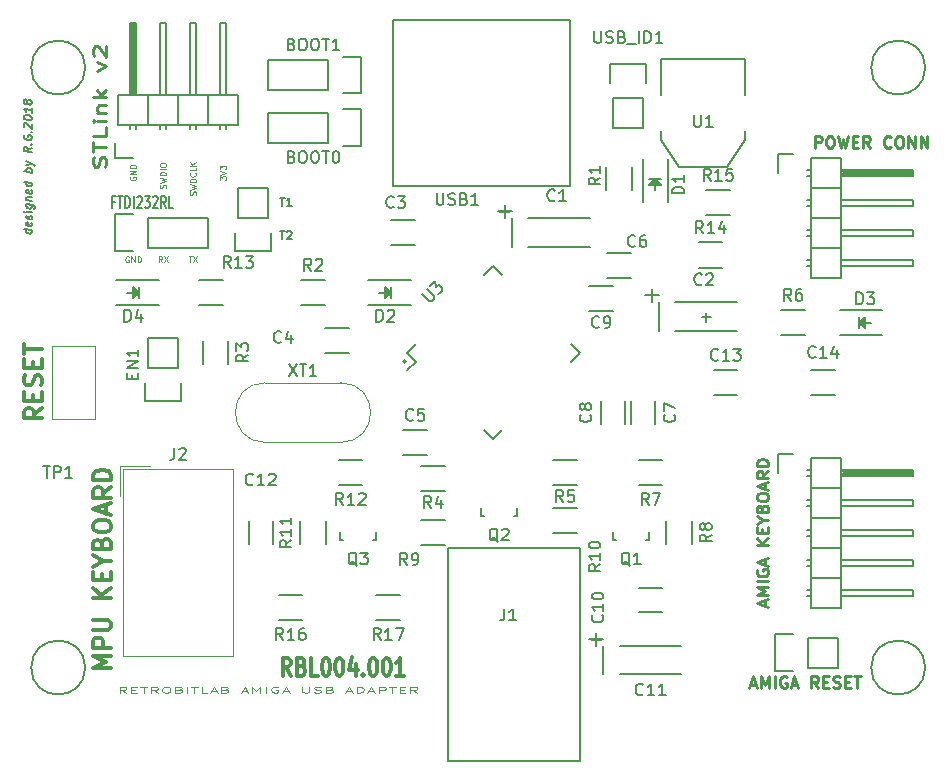
<source format=gto>
%TF.GenerationSoftware,KiCad,Pcbnew,4.0.2+dfsg1-stable*%
%TF.CreationDate,2019-04-14T19:17:55+02:00*%
%TF.ProjectId,StandAlone-Adapter,5374616E64416C6F6E652D4164617074,rev?*%
%TF.FileFunction,Legend,Top*%
%FSLAX46Y46*%
G04 Gerber Fmt 4.6, Leading zero omitted, Abs format (unit mm)*
G04 Created by KiCad (PCBNEW 4.0.2+dfsg1-stable) date Sun 14 Apr 2019 19:17:55 CEST*
%MOMM*%
G01*
G04 APERTURE LIST*
%ADD10C,0.100000*%
%ADD11C,0.200000*%
%ADD12C,0.150000*%
%ADD13C,0.125000*%
%ADD14C,0.300000*%
%ADD15C,0.175000*%
%ADD16C,0.275000*%
%ADD17C,0.250000*%
%ADD18C,0.120000*%
G04 APERTURE END LIST*
D10*
D11*
X142494000Y-94742000D02*
G75*
G03X142494000Y-94742000I-127000J0D01*
G01*
D12*
X110806667Y-83604915D02*
X110106667Y-83517415D01*
X110773333Y-83600749D02*
X110806667Y-83671582D01*
X110806667Y-83804915D01*
X110773333Y-83867416D01*
X110740000Y-83896582D01*
X110673333Y-83921583D01*
X110473333Y-83896583D01*
X110406667Y-83854915D01*
X110373333Y-83817416D01*
X110340000Y-83746582D01*
X110340000Y-83613249D01*
X110373333Y-83550749D01*
X110773333Y-83000750D02*
X110806667Y-83071582D01*
X110806667Y-83204916D01*
X110773333Y-83267416D01*
X110706667Y-83292416D01*
X110440000Y-83259083D01*
X110373333Y-83217416D01*
X110340000Y-83146583D01*
X110340000Y-83013249D01*
X110373333Y-82950750D01*
X110440000Y-82925749D01*
X110506667Y-82934082D01*
X110573333Y-83275750D01*
X110773333Y-82700750D02*
X110806667Y-82638249D01*
X110806667Y-82504916D01*
X110773333Y-82434083D01*
X110706667Y-82392416D01*
X110673333Y-82388250D01*
X110606667Y-82413249D01*
X110573333Y-82475750D01*
X110573333Y-82575750D01*
X110540000Y-82638249D01*
X110473333Y-82663250D01*
X110440000Y-82659083D01*
X110373333Y-82617416D01*
X110340000Y-82546583D01*
X110340000Y-82446583D01*
X110373333Y-82384083D01*
X110806667Y-82104915D02*
X110340000Y-82046582D01*
X110106667Y-82017415D02*
X110140000Y-82054916D01*
X110173333Y-82025749D01*
X110140000Y-81988249D01*
X110106667Y-82017415D01*
X110173333Y-82025749D01*
X110340000Y-81413249D02*
X110906667Y-81484082D01*
X110973333Y-81525750D01*
X111006667Y-81563249D01*
X111040000Y-81634083D01*
X111040000Y-81734083D01*
X111006667Y-81796582D01*
X110773333Y-81467416D02*
X110806667Y-81538249D01*
X110806667Y-81671582D01*
X110773333Y-81734083D01*
X110740000Y-81763249D01*
X110673333Y-81788250D01*
X110473333Y-81763250D01*
X110406667Y-81721582D01*
X110373333Y-81684083D01*
X110340000Y-81613249D01*
X110340000Y-81479916D01*
X110373333Y-81417416D01*
X110340000Y-81079916D02*
X110806667Y-81138249D01*
X110406667Y-81088249D02*
X110373333Y-81050750D01*
X110340000Y-80979916D01*
X110340000Y-80879916D01*
X110373333Y-80817417D01*
X110440000Y-80792416D01*
X110806667Y-80838249D01*
X110773333Y-80234084D02*
X110806667Y-80304916D01*
X110806667Y-80438250D01*
X110773333Y-80500750D01*
X110706667Y-80525750D01*
X110440000Y-80492417D01*
X110373333Y-80450750D01*
X110340000Y-80379917D01*
X110340000Y-80246583D01*
X110373333Y-80184084D01*
X110440000Y-80159083D01*
X110506667Y-80167416D01*
X110573333Y-80509084D01*
X110806667Y-79604916D02*
X110106667Y-79517416D01*
X110773333Y-79600750D02*
X110806667Y-79671583D01*
X110806667Y-79804916D01*
X110773333Y-79867417D01*
X110740000Y-79896583D01*
X110673333Y-79921584D01*
X110473333Y-79896584D01*
X110406667Y-79854916D01*
X110373333Y-79817417D01*
X110340000Y-79746583D01*
X110340000Y-79613250D01*
X110373333Y-79550750D01*
X110806667Y-78738250D02*
X110106667Y-78650750D01*
X110373333Y-78684084D02*
X110340000Y-78613251D01*
X110340000Y-78479917D01*
X110373333Y-78417418D01*
X110406667Y-78388250D01*
X110473333Y-78363251D01*
X110673333Y-78388251D01*
X110740000Y-78429917D01*
X110773333Y-78467418D01*
X110806667Y-78538250D01*
X110806667Y-78671584D01*
X110773333Y-78734084D01*
X110340000Y-78113251D02*
X110806667Y-78004917D01*
X110340000Y-77779918D02*
X110806667Y-78004917D01*
X110973333Y-78092418D01*
X111006667Y-78129917D01*
X111040000Y-78200751D01*
X110806667Y-76638251D02*
X110473333Y-76829919D01*
X110806667Y-77038251D02*
X110106667Y-76950751D01*
X110106667Y-76684085D01*
X110140000Y-76621585D01*
X110173333Y-76592419D01*
X110240000Y-76567418D01*
X110340000Y-76579918D01*
X110406667Y-76621585D01*
X110440000Y-76659085D01*
X110473333Y-76729919D01*
X110473333Y-76996585D01*
X110740000Y-76329918D02*
X110773333Y-76300752D01*
X110806667Y-76338251D01*
X110773333Y-76367419D01*
X110740000Y-76329918D01*
X110806667Y-76338251D01*
X110140000Y-75554919D02*
X110106667Y-75617418D01*
X110106667Y-75717418D01*
X110140000Y-75821585D01*
X110206667Y-75896585D01*
X110273333Y-75938252D01*
X110406667Y-75988252D01*
X110506667Y-76000752D01*
X110640000Y-75984085D01*
X110706667Y-75959085D01*
X110773333Y-75900752D01*
X110806667Y-75804918D01*
X110806667Y-75738252D01*
X110773333Y-75634086D01*
X110740000Y-75596585D01*
X110506667Y-75567418D01*
X110506667Y-75700752D01*
X110740000Y-75296585D02*
X110773333Y-75267419D01*
X110806667Y-75304918D01*
X110773333Y-75334086D01*
X110740000Y-75296585D01*
X110806667Y-75304918D01*
X110173333Y-74925753D02*
X110140000Y-74888252D01*
X110106667Y-74817419D01*
X110106667Y-74650752D01*
X110140000Y-74588252D01*
X110173333Y-74559086D01*
X110240000Y-74534086D01*
X110306667Y-74542419D01*
X110406667Y-74588252D01*
X110806667Y-75038252D01*
X110806667Y-74604919D01*
X110106667Y-74084085D02*
X110106667Y-74017418D01*
X110140000Y-73954919D01*
X110173333Y-73925752D01*
X110240000Y-73900752D01*
X110373333Y-73884086D01*
X110540000Y-73904919D01*
X110673333Y-73954919D01*
X110740000Y-73996585D01*
X110773333Y-74034086D01*
X110806667Y-74104918D01*
X110806667Y-74171585D01*
X110773333Y-74234086D01*
X110740000Y-74263252D01*
X110673333Y-74288252D01*
X110540000Y-74304919D01*
X110373333Y-74284086D01*
X110240000Y-74234085D01*
X110173333Y-74192419D01*
X110140000Y-74154919D01*
X110106667Y-74084085D01*
X110806667Y-73271585D02*
X110806667Y-73671585D01*
X110806667Y-73471585D02*
X110106667Y-73384085D01*
X110206667Y-73463251D01*
X110273333Y-73538252D01*
X110306667Y-73609085D01*
X110406667Y-72821584D02*
X110373333Y-72884085D01*
X110340000Y-72913251D01*
X110273333Y-72938252D01*
X110240000Y-72934085D01*
X110173333Y-72892418D01*
X110140000Y-72854918D01*
X110106667Y-72784084D01*
X110106667Y-72650751D01*
X110140000Y-72588251D01*
X110173333Y-72559085D01*
X110240000Y-72534085D01*
X110273333Y-72538252D01*
X110340000Y-72579918D01*
X110373333Y-72617418D01*
X110406667Y-72688251D01*
X110406667Y-72821584D01*
X110440000Y-72892418D01*
X110473333Y-72929918D01*
X110540000Y-72971585D01*
X110673333Y-72988252D01*
X110740000Y-72963251D01*
X110773333Y-72934085D01*
X110806667Y-72871584D01*
X110806667Y-72738251D01*
X110773333Y-72667418D01*
X110740000Y-72629918D01*
X110673333Y-72588252D01*
X110540000Y-72571585D01*
X110473333Y-72596585D01*
X110440000Y-72625751D01*
X110406667Y-72688251D01*
D13*
X118810000Y-122781190D02*
X118476666Y-122543095D01*
X118238571Y-122781190D02*
X118238571Y-122281190D01*
X118619524Y-122281190D01*
X118714762Y-122305000D01*
X118762381Y-122328810D01*
X118810000Y-122376429D01*
X118810000Y-122447857D01*
X118762381Y-122495476D01*
X118714762Y-122519286D01*
X118619524Y-122543095D01*
X118238571Y-122543095D01*
X119238571Y-122519286D02*
X119571905Y-122519286D01*
X119714762Y-122781190D02*
X119238571Y-122781190D01*
X119238571Y-122281190D01*
X119714762Y-122281190D01*
X120000476Y-122281190D02*
X120571905Y-122281190D01*
X120286190Y-122781190D02*
X120286190Y-122281190D01*
X121476667Y-122781190D02*
X121143333Y-122543095D01*
X120905238Y-122781190D02*
X120905238Y-122281190D01*
X121286191Y-122281190D01*
X121381429Y-122305000D01*
X121429048Y-122328810D01*
X121476667Y-122376429D01*
X121476667Y-122447857D01*
X121429048Y-122495476D01*
X121381429Y-122519286D01*
X121286191Y-122543095D01*
X120905238Y-122543095D01*
X122095714Y-122281190D02*
X122286191Y-122281190D01*
X122381429Y-122305000D01*
X122476667Y-122352619D01*
X122524286Y-122447857D01*
X122524286Y-122614524D01*
X122476667Y-122709762D01*
X122381429Y-122757381D01*
X122286191Y-122781190D01*
X122095714Y-122781190D01*
X122000476Y-122757381D01*
X121905238Y-122709762D01*
X121857619Y-122614524D01*
X121857619Y-122447857D01*
X121905238Y-122352619D01*
X122000476Y-122305000D01*
X122095714Y-122281190D01*
X123286191Y-122519286D02*
X123429048Y-122543095D01*
X123476667Y-122566905D01*
X123524286Y-122614524D01*
X123524286Y-122685952D01*
X123476667Y-122733571D01*
X123429048Y-122757381D01*
X123333810Y-122781190D01*
X122952857Y-122781190D01*
X122952857Y-122281190D01*
X123286191Y-122281190D01*
X123381429Y-122305000D01*
X123429048Y-122328810D01*
X123476667Y-122376429D01*
X123476667Y-122424048D01*
X123429048Y-122471667D01*
X123381429Y-122495476D01*
X123286191Y-122519286D01*
X122952857Y-122519286D01*
X123952857Y-122781190D02*
X123952857Y-122281190D01*
X124286190Y-122281190D02*
X124857619Y-122281190D01*
X124571904Y-122781190D02*
X124571904Y-122281190D01*
X125667143Y-122781190D02*
X125190952Y-122781190D01*
X125190952Y-122281190D01*
X125952857Y-122638333D02*
X126429048Y-122638333D01*
X125857619Y-122781190D02*
X126190952Y-122281190D01*
X126524286Y-122781190D01*
X127190953Y-122519286D02*
X127333810Y-122543095D01*
X127381429Y-122566905D01*
X127429048Y-122614524D01*
X127429048Y-122685952D01*
X127381429Y-122733571D01*
X127333810Y-122757381D01*
X127238572Y-122781190D01*
X126857619Y-122781190D01*
X126857619Y-122281190D01*
X127190953Y-122281190D01*
X127286191Y-122305000D01*
X127333810Y-122328810D01*
X127381429Y-122376429D01*
X127381429Y-122424048D01*
X127333810Y-122471667D01*
X127286191Y-122495476D01*
X127190953Y-122519286D01*
X126857619Y-122519286D01*
X128571905Y-122638333D02*
X129048096Y-122638333D01*
X128476667Y-122781190D02*
X128810000Y-122281190D01*
X129143334Y-122781190D01*
X129476667Y-122781190D02*
X129476667Y-122281190D01*
X129810001Y-122638333D01*
X130143334Y-122281190D01*
X130143334Y-122781190D01*
X130619524Y-122781190D02*
X130619524Y-122281190D01*
X131619524Y-122305000D02*
X131524286Y-122281190D01*
X131381429Y-122281190D01*
X131238571Y-122305000D01*
X131143333Y-122352619D01*
X131095714Y-122400238D01*
X131048095Y-122495476D01*
X131048095Y-122566905D01*
X131095714Y-122662143D01*
X131143333Y-122709762D01*
X131238571Y-122757381D01*
X131381429Y-122781190D01*
X131476667Y-122781190D01*
X131619524Y-122757381D01*
X131667143Y-122733571D01*
X131667143Y-122566905D01*
X131476667Y-122566905D01*
X132048095Y-122638333D02*
X132524286Y-122638333D01*
X131952857Y-122781190D02*
X132286190Y-122281190D01*
X132619524Y-122781190D01*
X133714762Y-122281190D02*
X133714762Y-122685952D01*
X133762381Y-122733571D01*
X133810000Y-122757381D01*
X133905238Y-122781190D01*
X134095715Y-122781190D01*
X134190953Y-122757381D01*
X134238572Y-122733571D01*
X134286191Y-122685952D01*
X134286191Y-122281190D01*
X134714762Y-122757381D02*
X134857619Y-122781190D01*
X135095715Y-122781190D01*
X135190953Y-122757381D01*
X135238572Y-122733571D01*
X135286191Y-122685952D01*
X135286191Y-122638333D01*
X135238572Y-122590714D01*
X135190953Y-122566905D01*
X135095715Y-122543095D01*
X134905238Y-122519286D01*
X134810000Y-122495476D01*
X134762381Y-122471667D01*
X134714762Y-122424048D01*
X134714762Y-122376429D01*
X134762381Y-122328810D01*
X134810000Y-122305000D01*
X134905238Y-122281190D01*
X135143334Y-122281190D01*
X135286191Y-122305000D01*
X136048096Y-122519286D02*
X136190953Y-122543095D01*
X136238572Y-122566905D01*
X136286191Y-122614524D01*
X136286191Y-122685952D01*
X136238572Y-122733571D01*
X136190953Y-122757381D01*
X136095715Y-122781190D01*
X135714762Y-122781190D01*
X135714762Y-122281190D01*
X136048096Y-122281190D01*
X136143334Y-122305000D01*
X136190953Y-122328810D01*
X136238572Y-122376429D01*
X136238572Y-122424048D01*
X136190953Y-122471667D01*
X136143334Y-122495476D01*
X136048096Y-122519286D01*
X135714762Y-122519286D01*
X137429048Y-122638333D02*
X137905239Y-122638333D01*
X137333810Y-122781190D02*
X137667143Y-122281190D01*
X138000477Y-122781190D01*
X138333810Y-122781190D02*
X138333810Y-122281190D01*
X138571905Y-122281190D01*
X138714763Y-122305000D01*
X138810001Y-122352619D01*
X138857620Y-122400238D01*
X138905239Y-122495476D01*
X138905239Y-122566905D01*
X138857620Y-122662143D01*
X138810001Y-122709762D01*
X138714763Y-122757381D01*
X138571905Y-122781190D01*
X138333810Y-122781190D01*
X139286191Y-122638333D02*
X139762382Y-122638333D01*
X139190953Y-122781190D02*
X139524286Y-122281190D01*
X139857620Y-122781190D01*
X140190953Y-122781190D02*
X140190953Y-122281190D01*
X140571906Y-122281190D01*
X140667144Y-122305000D01*
X140714763Y-122328810D01*
X140762382Y-122376429D01*
X140762382Y-122447857D01*
X140714763Y-122495476D01*
X140667144Y-122519286D01*
X140571906Y-122543095D01*
X140190953Y-122543095D01*
X141048096Y-122281190D02*
X141619525Y-122281190D01*
X141333810Y-122781190D02*
X141333810Y-122281190D01*
X141952858Y-122519286D02*
X142286192Y-122519286D01*
X142429049Y-122781190D02*
X141952858Y-122781190D01*
X141952858Y-122281190D01*
X142429049Y-122281190D01*
X143429049Y-122781190D02*
X143095715Y-122543095D01*
X142857620Y-122781190D02*
X142857620Y-122281190D01*
X143238573Y-122281190D01*
X143333811Y-122305000D01*
X143381430Y-122328810D01*
X143429049Y-122376429D01*
X143429049Y-122447857D01*
X143381430Y-122495476D01*
X143333811Y-122519286D01*
X143238573Y-122543095D01*
X142857620Y-122543095D01*
D14*
X111676571Y-98698571D02*
X110962286Y-99198571D01*
X111676571Y-99555714D02*
X110176571Y-99555714D01*
X110176571Y-98984286D01*
X110248000Y-98841428D01*
X110319429Y-98770000D01*
X110462286Y-98698571D01*
X110676571Y-98698571D01*
X110819429Y-98770000D01*
X110890857Y-98841428D01*
X110962286Y-98984286D01*
X110962286Y-99555714D01*
X110890857Y-98055714D02*
X110890857Y-97555714D01*
X111676571Y-97341428D02*
X111676571Y-98055714D01*
X110176571Y-98055714D01*
X110176571Y-97341428D01*
X111605143Y-96770000D02*
X111676571Y-96555714D01*
X111676571Y-96198571D01*
X111605143Y-96055714D01*
X111533714Y-95984285D01*
X111390857Y-95912857D01*
X111248000Y-95912857D01*
X111105143Y-95984285D01*
X111033714Y-96055714D01*
X110962286Y-96198571D01*
X110890857Y-96484285D01*
X110819429Y-96627143D01*
X110748000Y-96698571D01*
X110605143Y-96770000D01*
X110462286Y-96770000D01*
X110319429Y-96698571D01*
X110248000Y-96627143D01*
X110176571Y-96484285D01*
X110176571Y-96127143D01*
X110248000Y-95912857D01*
X110890857Y-95270000D02*
X110890857Y-94770000D01*
X111676571Y-94555714D02*
X111676571Y-95270000D01*
X110176571Y-95270000D01*
X110176571Y-94555714D01*
X110176571Y-94127143D02*
X110176571Y-93270000D01*
X111676571Y-93698571D02*
X110176571Y-93698571D01*
X117518571Y-120688571D02*
X116018571Y-120688571D01*
X117090000Y-120188571D01*
X116018571Y-119688571D01*
X117518571Y-119688571D01*
X117518571Y-118974285D02*
X116018571Y-118974285D01*
X116018571Y-118402857D01*
X116090000Y-118259999D01*
X116161429Y-118188571D01*
X116304286Y-118117142D01*
X116518571Y-118117142D01*
X116661429Y-118188571D01*
X116732857Y-118259999D01*
X116804286Y-118402857D01*
X116804286Y-118974285D01*
X116018571Y-117474285D02*
X117232857Y-117474285D01*
X117375714Y-117402857D01*
X117447143Y-117331428D01*
X117518571Y-117188571D01*
X117518571Y-116902857D01*
X117447143Y-116759999D01*
X117375714Y-116688571D01*
X117232857Y-116617142D01*
X116018571Y-116617142D01*
X117518571Y-114759999D02*
X116018571Y-114759999D01*
X117518571Y-113902856D02*
X116661429Y-114545713D01*
X116018571Y-113902856D02*
X116875714Y-114759999D01*
X116732857Y-113259999D02*
X116732857Y-112759999D01*
X117518571Y-112545713D02*
X117518571Y-113259999D01*
X116018571Y-113259999D01*
X116018571Y-112545713D01*
X116804286Y-111617142D02*
X117518571Y-111617142D01*
X116018571Y-112117142D02*
X116804286Y-111617142D01*
X116018571Y-111117142D01*
X116732857Y-110117142D02*
X116804286Y-109902856D01*
X116875714Y-109831428D01*
X117018571Y-109759999D01*
X117232857Y-109759999D01*
X117375714Y-109831428D01*
X117447143Y-109902856D01*
X117518571Y-110045714D01*
X117518571Y-110617142D01*
X116018571Y-110617142D01*
X116018571Y-110117142D01*
X116090000Y-109974285D01*
X116161429Y-109902856D01*
X116304286Y-109831428D01*
X116447143Y-109831428D01*
X116590000Y-109902856D01*
X116661429Y-109974285D01*
X116732857Y-110117142D01*
X116732857Y-110617142D01*
X116018571Y-108831428D02*
X116018571Y-108545714D01*
X116090000Y-108402856D01*
X116232857Y-108259999D01*
X116518571Y-108188571D01*
X117018571Y-108188571D01*
X117304286Y-108259999D01*
X117447143Y-108402856D01*
X117518571Y-108545714D01*
X117518571Y-108831428D01*
X117447143Y-108974285D01*
X117304286Y-109117142D01*
X117018571Y-109188571D01*
X116518571Y-109188571D01*
X116232857Y-109117142D01*
X116090000Y-108974285D01*
X116018571Y-108831428D01*
X117090000Y-107617142D02*
X117090000Y-106902856D01*
X117518571Y-107759999D02*
X116018571Y-107259999D01*
X117518571Y-106759999D01*
X117518571Y-105402856D02*
X116804286Y-105902856D01*
X117518571Y-106259999D02*
X116018571Y-106259999D01*
X116018571Y-105688571D01*
X116090000Y-105545713D01*
X116161429Y-105474285D01*
X116304286Y-105402856D01*
X116518571Y-105402856D01*
X116661429Y-105474285D01*
X116732857Y-105545713D01*
X116804286Y-105688571D01*
X116804286Y-106259999D01*
X117518571Y-104759999D02*
X116018571Y-104759999D01*
X116018571Y-104402856D01*
X116090000Y-104188571D01*
X116232857Y-104045713D01*
X116375714Y-103974285D01*
X116661429Y-103902856D01*
X116875714Y-103902856D01*
X117161429Y-103974285D01*
X117304286Y-104045713D01*
X117447143Y-104188571D01*
X117518571Y-104402856D01*
X117518571Y-104759999D01*
D15*
X117825333Y-81208571D02*
X117592000Y-81208571D01*
X117592000Y-81732381D02*
X117592000Y-80732381D01*
X117925333Y-80732381D01*
X118092000Y-80732381D02*
X118492000Y-80732381D01*
X118292000Y-81732381D02*
X118292000Y-80732381D01*
X118725333Y-81732381D02*
X118725333Y-80732381D01*
X118891999Y-80732381D01*
X118991999Y-80780000D01*
X119058666Y-80875238D01*
X119091999Y-80970476D01*
X119125333Y-81160952D01*
X119125333Y-81303810D01*
X119091999Y-81494286D01*
X119058666Y-81589524D01*
X118991999Y-81684762D01*
X118891999Y-81732381D01*
X118725333Y-81732381D01*
X119425333Y-81732381D02*
X119425333Y-80732381D01*
X119725332Y-80827619D02*
X119758666Y-80780000D01*
X119825332Y-80732381D01*
X119991999Y-80732381D01*
X120058666Y-80780000D01*
X120091999Y-80827619D01*
X120125332Y-80922857D01*
X120125332Y-81018095D01*
X120091999Y-81160952D01*
X119691999Y-81732381D01*
X120125332Y-81732381D01*
X120358666Y-80732381D02*
X120791999Y-80732381D01*
X120558666Y-81113333D01*
X120658666Y-81113333D01*
X120725333Y-81160952D01*
X120758666Y-81208571D01*
X120791999Y-81303810D01*
X120791999Y-81541905D01*
X120758666Y-81637143D01*
X120725333Y-81684762D01*
X120658666Y-81732381D01*
X120458666Y-81732381D01*
X120391999Y-81684762D01*
X120358666Y-81637143D01*
X121058666Y-80827619D02*
X121092000Y-80780000D01*
X121158666Y-80732381D01*
X121325333Y-80732381D01*
X121392000Y-80780000D01*
X121425333Y-80827619D01*
X121458666Y-80922857D01*
X121458666Y-81018095D01*
X121425333Y-81160952D01*
X121025333Y-81732381D01*
X121458666Y-81732381D01*
X122158667Y-81732381D02*
X121925333Y-81256190D01*
X121758667Y-81732381D02*
X121758667Y-80732381D01*
X122025333Y-80732381D01*
X122092000Y-80780000D01*
X122125333Y-80827619D01*
X122158667Y-80922857D01*
X122158667Y-81065714D01*
X122125333Y-81160952D01*
X122092000Y-81208571D01*
X122025333Y-81256190D01*
X121758667Y-81256190D01*
X122792000Y-81732381D02*
X122458667Y-81732381D01*
X122458667Y-80732381D01*
D10*
X124079048Y-85832190D02*
X124364762Y-85832190D01*
X124221905Y-86332190D02*
X124221905Y-85832190D01*
X124483810Y-85832190D02*
X124817143Y-86332190D01*
X124817143Y-85832190D02*
X124483810Y-86332190D01*
X121836667Y-86332190D02*
X121670000Y-86094095D01*
X121550953Y-86332190D02*
X121550953Y-85832190D01*
X121741429Y-85832190D01*
X121789048Y-85856000D01*
X121812857Y-85879810D01*
X121836667Y-85927429D01*
X121836667Y-85998857D01*
X121812857Y-86046476D01*
X121789048Y-86070286D01*
X121741429Y-86094095D01*
X121550953Y-86094095D01*
X122003334Y-85832190D02*
X122336667Y-86332190D01*
X122336667Y-85832190D02*
X122003334Y-86332190D01*
X118999047Y-85856000D02*
X118951428Y-85832190D01*
X118880000Y-85832190D01*
X118808571Y-85856000D01*
X118760952Y-85903619D01*
X118737143Y-85951238D01*
X118713333Y-86046476D01*
X118713333Y-86117905D01*
X118737143Y-86213143D01*
X118760952Y-86260762D01*
X118808571Y-86308381D01*
X118880000Y-86332190D01*
X118927619Y-86332190D01*
X118999047Y-86308381D01*
X119022857Y-86284571D01*
X119022857Y-86117905D01*
X118927619Y-86117905D01*
X119237143Y-86332190D02*
X119237143Y-85832190D01*
X119522857Y-86332190D01*
X119522857Y-85832190D01*
X119760953Y-86332190D02*
X119760953Y-85832190D01*
X119880000Y-85832190D01*
X119951429Y-85856000D01*
X119999048Y-85903619D01*
X120022857Y-85951238D01*
X120046667Y-86046476D01*
X120046667Y-86117905D01*
X120022857Y-86213143D01*
X119999048Y-86260762D01*
X119951429Y-86308381D01*
X119880000Y-86332190D01*
X119760953Y-86332190D01*
D16*
X117031238Y-78259143D02*
X117083619Y-78044857D01*
X117083619Y-77687714D01*
X117031238Y-77544857D01*
X116978857Y-77473428D01*
X116874095Y-77402000D01*
X116769333Y-77402000D01*
X116664571Y-77473428D01*
X116612190Y-77544857D01*
X116559810Y-77687714D01*
X116507429Y-77973428D01*
X116455048Y-78116286D01*
X116402667Y-78187714D01*
X116297905Y-78259143D01*
X116193143Y-78259143D01*
X116088381Y-78187714D01*
X116036000Y-78116286D01*
X115983619Y-77973428D01*
X115983619Y-77616286D01*
X116036000Y-77402000D01*
X115983619Y-76973429D02*
X115983619Y-76116286D01*
X117083619Y-76544857D02*
X115983619Y-76544857D01*
X117083619Y-74902000D02*
X117083619Y-75616286D01*
X115983619Y-75616286D01*
X117083619Y-74402000D02*
X116350286Y-74402000D01*
X115983619Y-74402000D02*
X116036000Y-74473429D01*
X116088381Y-74402000D01*
X116036000Y-74330572D01*
X115983619Y-74402000D01*
X116088381Y-74402000D01*
X116350286Y-73687714D02*
X117083619Y-73687714D01*
X116455048Y-73687714D02*
X116402667Y-73616286D01*
X116350286Y-73473428D01*
X116350286Y-73259143D01*
X116402667Y-73116286D01*
X116507429Y-73044857D01*
X117083619Y-73044857D01*
X117083619Y-72330571D02*
X115983619Y-72330571D01*
X116664571Y-72187714D02*
X117083619Y-71759143D01*
X116350286Y-71759143D02*
X116769333Y-72330571D01*
X116350286Y-70116285D02*
X117083619Y-69759142D01*
X116350286Y-69402000D01*
X116088381Y-68902000D02*
X116036000Y-68830571D01*
X115983619Y-68687714D01*
X115983619Y-68330571D01*
X116036000Y-68187714D01*
X116088381Y-68116285D01*
X116193143Y-68044857D01*
X116297905Y-68044857D01*
X116455048Y-68116285D01*
X117083619Y-68973428D01*
X117083619Y-68044857D01*
D10*
X126726190Y-79359046D02*
X126726190Y-79049523D01*
X126916667Y-79216189D01*
X126916667Y-79144761D01*
X126940476Y-79097142D01*
X126964286Y-79073332D01*
X127011905Y-79049523D01*
X127130952Y-79049523D01*
X127178571Y-79073332D01*
X127202381Y-79097142D01*
X127226190Y-79144761D01*
X127226190Y-79287618D01*
X127202381Y-79335237D01*
X127178571Y-79359046D01*
X126726190Y-78906666D02*
X127226190Y-78739999D01*
X126726190Y-78573333D01*
X126726190Y-78454285D02*
X126726190Y-78144762D01*
X126916667Y-78311428D01*
X126916667Y-78240000D01*
X126940476Y-78192381D01*
X126964286Y-78168571D01*
X127011905Y-78144762D01*
X127130952Y-78144762D01*
X127178571Y-78168571D01*
X127202381Y-78192381D01*
X127226190Y-78240000D01*
X127226190Y-78382857D01*
X127202381Y-78430476D01*
X127178571Y-78454285D01*
X124662381Y-80628952D02*
X124686190Y-80557523D01*
X124686190Y-80438476D01*
X124662381Y-80390857D01*
X124638571Y-80367047D01*
X124590952Y-80343238D01*
X124543333Y-80343238D01*
X124495714Y-80367047D01*
X124471905Y-80390857D01*
X124448095Y-80438476D01*
X124424286Y-80533714D01*
X124400476Y-80581333D01*
X124376667Y-80605142D01*
X124329048Y-80628952D01*
X124281429Y-80628952D01*
X124233810Y-80605142D01*
X124210000Y-80581333D01*
X124186190Y-80533714D01*
X124186190Y-80414666D01*
X124210000Y-80343238D01*
X124186190Y-80176571D02*
X124686190Y-80057524D01*
X124329048Y-79962286D01*
X124686190Y-79867048D01*
X124186190Y-79748000D01*
X124686190Y-79557523D02*
X124186190Y-79557523D01*
X124186190Y-79438476D01*
X124210000Y-79367047D01*
X124257619Y-79319428D01*
X124305238Y-79295619D01*
X124400476Y-79271809D01*
X124471905Y-79271809D01*
X124567143Y-79295619D01*
X124614762Y-79319428D01*
X124662381Y-79367047D01*
X124686190Y-79438476D01*
X124686190Y-79557523D01*
X124638571Y-78771809D02*
X124662381Y-78795619D01*
X124686190Y-78867047D01*
X124686190Y-78914666D01*
X124662381Y-78986095D01*
X124614762Y-79033714D01*
X124567143Y-79057523D01*
X124471905Y-79081333D01*
X124400476Y-79081333D01*
X124305238Y-79057523D01*
X124257619Y-79033714D01*
X124210000Y-78986095D01*
X124186190Y-78914666D01*
X124186190Y-78867047D01*
X124210000Y-78795619D01*
X124233810Y-78771809D01*
X124686190Y-78319428D02*
X124686190Y-78557523D01*
X124186190Y-78557523D01*
X124686190Y-78152761D02*
X124186190Y-78152761D01*
X124686190Y-77867047D02*
X124400476Y-78081333D01*
X124186190Y-77867047D02*
X124471905Y-78152761D01*
X122122381Y-80053524D02*
X122146190Y-79982095D01*
X122146190Y-79863048D01*
X122122381Y-79815429D01*
X122098571Y-79791619D01*
X122050952Y-79767810D01*
X122003333Y-79767810D01*
X121955714Y-79791619D01*
X121931905Y-79815429D01*
X121908095Y-79863048D01*
X121884286Y-79958286D01*
X121860476Y-80005905D01*
X121836667Y-80029714D01*
X121789048Y-80053524D01*
X121741429Y-80053524D01*
X121693810Y-80029714D01*
X121670000Y-80005905D01*
X121646190Y-79958286D01*
X121646190Y-79839238D01*
X121670000Y-79767810D01*
X121646190Y-79601143D02*
X122146190Y-79482096D01*
X121789048Y-79386858D01*
X122146190Y-79291620D01*
X121646190Y-79172572D01*
X122146190Y-78982095D02*
X121646190Y-78982095D01*
X121646190Y-78863048D01*
X121670000Y-78791619D01*
X121717619Y-78744000D01*
X121765238Y-78720191D01*
X121860476Y-78696381D01*
X121931905Y-78696381D01*
X122027143Y-78720191D01*
X122074762Y-78744000D01*
X122122381Y-78791619D01*
X122146190Y-78863048D01*
X122146190Y-78982095D01*
X122146190Y-78482095D02*
X121646190Y-78482095D01*
X121646190Y-78148762D02*
X121646190Y-78053524D01*
X121670000Y-78005905D01*
X121717619Y-77958286D01*
X121812857Y-77934477D01*
X121979524Y-77934477D01*
X122074762Y-77958286D01*
X122122381Y-78005905D01*
X122146190Y-78053524D01*
X122146190Y-78148762D01*
X122122381Y-78196381D01*
X122074762Y-78244000D01*
X121979524Y-78267810D01*
X121812857Y-78267810D01*
X121717619Y-78244000D01*
X121670000Y-78196381D01*
X121646190Y-78148762D01*
X119130000Y-79120953D02*
X119106190Y-79168572D01*
X119106190Y-79240000D01*
X119130000Y-79311429D01*
X119177619Y-79359048D01*
X119225238Y-79382857D01*
X119320476Y-79406667D01*
X119391905Y-79406667D01*
X119487143Y-79382857D01*
X119534762Y-79359048D01*
X119582381Y-79311429D01*
X119606190Y-79240000D01*
X119606190Y-79192381D01*
X119582381Y-79120953D01*
X119558571Y-79097143D01*
X119391905Y-79097143D01*
X119391905Y-79192381D01*
X119606190Y-78882857D02*
X119106190Y-78882857D01*
X119606190Y-78597143D01*
X119106190Y-78597143D01*
X119606190Y-78359047D02*
X119106190Y-78359047D01*
X119106190Y-78240000D01*
X119130000Y-78168571D01*
X119177619Y-78120952D01*
X119225238Y-78097143D01*
X119320476Y-78073333D01*
X119391905Y-78073333D01*
X119487143Y-78097143D01*
X119534762Y-78120952D01*
X119582381Y-78168571D01*
X119606190Y-78240000D01*
X119606190Y-78359047D01*
D12*
X131800667Y-83690667D02*
X132200667Y-83690667D01*
X132000667Y-84390667D02*
X132000667Y-83690667D01*
X132400666Y-83757333D02*
X132434000Y-83724000D01*
X132500666Y-83690667D01*
X132667333Y-83690667D01*
X132734000Y-83724000D01*
X132767333Y-83757333D01*
X132800666Y-83824000D01*
X132800666Y-83890667D01*
X132767333Y-83990667D01*
X132367333Y-84390667D01*
X132800666Y-84390667D01*
X131800667Y-80896667D02*
X132200667Y-80896667D01*
X132000667Y-81596667D02*
X132000667Y-80896667D01*
X132800666Y-81596667D02*
X132400666Y-81596667D01*
X132600666Y-81596667D02*
X132600666Y-80896667D01*
X132534000Y-80996667D01*
X132467333Y-81063333D01*
X132400666Y-81096667D01*
D14*
X132731429Y-121328571D02*
X132331429Y-120614286D01*
X132045714Y-121328571D02*
X132045714Y-119828571D01*
X132502857Y-119828571D01*
X132617143Y-119900000D01*
X132674286Y-119971429D01*
X132731429Y-120114286D01*
X132731429Y-120328571D01*
X132674286Y-120471429D01*
X132617143Y-120542857D01*
X132502857Y-120614286D01*
X132045714Y-120614286D01*
X133645714Y-120542857D02*
X133817143Y-120614286D01*
X133874286Y-120685714D01*
X133931429Y-120828571D01*
X133931429Y-121042857D01*
X133874286Y-121185714D01*
X133817143Y-121257143D01*
X133702857Y-121328571D01*
X133245714Y-121328571D01*
X133245714Y-119828571D01*
X133645714Y-119828571D01*
X133760000Y-119900000D01*
X133817143Y-119971429D01*
X133874286Y-120114286D01*
X133874286Y-120257143D01*
X133817143Y-120400000D01*
X133760000Y-120471429D01*
X133645714Y-120542857D01*
X133245714Y-120542857D01*
X135017143Y-121328571D02*
X134445714Y-121328571D01*
X134445714Y-119828571D01*
X135645715Y-119828571D02*
X135760000Y-119828571D01*
X135874286Y-119900000D01*
X135931429Y-119971429D01*
X135988572Y-120114286D01*
X136045715Y-120400000D01*
X136045715Y-120757143D01*
X135988572Y-121042857D01*
X135931429Y-121185714D01*
X135874286Y-121257143D01*
X135760000Y-121328571D01*
X135645715Y-121328571D01*
X135531429Y-121257143D01*
X135474286Y-121185714D01*
X135417143Y-121042857D01*
X135360000Y-120757143D01*
X135360000Y-120400000D01*
X135417143Y-120114286D01*
X135474286Y-119971429D01*
X135531429Y-119900000D01*
X135645715Y-119828571D01*
X136788572Y-119828571D02*
X136902857Y-119828571D01*
X137017143Y-119900000D01*
X137074286Y-119971429D01*
X137131429Y-120114286D01*
X137188572Y-120400000D01*
X137188572Y-120757143D01*
X137131429Y-121042857D01*
X137074286Y-121185714D01*
X137017143Y-121257143D01*
X136902857Y-121328571D01*
X136788572Y-121328571D01*
X136674286Y-121257143D01*
X136617143Y-121185714D01*
X136560000Y-121042857D01*
X136502857Y-120757143D01*
X136502857Y-120400000D01*
X136560000Y-120114286D01*
X136617143Y-119971429D01*
X136674286Y-119900000D01*
X136788572Y-119828571D01*
X138217143Y-120328571D02*
X138217143Y-121328571D01*
X137931429Y-119757143D02*
X137645714Y-120828571D01*
X138388572Y-120828571D01*
X138845714Y-121185714D02*
X138902857Y-121257143D01*
X138845714Y-121328571D01*
X138788571Y-121257143D01*
X138845714Y-121185714D01*
X138845714Y-121328571D01*
X139645715Y-119828571D02*
X139760000Y-119828571D01*
X139874286Y-119900000D01*
X139931429Y-119971429D01*
X139988572Y-120114286D01*
X140045715Y-120400000D01*
X140045715Y-120757143D01*
X139988572Y-121042857D01*
X139931429Y-121185714D01*
X139874286Y-121257143D01*
X139760000Y-121328571D01*
X139645715Y-121328571D01*
X139531429Y-121257143D01*
X139474286Y-121185714D01*
X139417143Y-121042857D01*
X139360000Y-120757143D01*
X139360000Y-120400000D01*
X139417143Y-120114286D01*
X139474286Y-119971429D01*
X139531429Y-119900000D01*
X139645715Y-119828571D01*
X140788572Y-119828571D02*
X140902857Y-119828571D01*
X141017143Y-119900000D01*
X141074286Y-119971429D01*
X141131429Y-120114286D01*
X141188572Y-120400000D01*
X141188572Y-120757143D01*
X141131429Y-121042857D01*
X141074286Y-121185714D01*
X141017143Y-121257143D01*
X140902857Y-121328571D01*
X140788572Y-121328571D01*
X140674286Y-121257143D01*
X140617143Y-121185714D01*
X140560000Y-121042857D01*
X140502857Y-120757143D01*
X140502857Y-120400000D01*
X140560000Y-120114286D01*
X140617143Y-119971429D01*
X140674286Y-119900000D01*
X140788572Y-119828571D01*
X142331429Y-121328571D02*
X141645714Y-121328571D01*
X141988572Y-121328571D02*
X141988572Y-119828571D01*
X141874286Y-120042857D01*
X141760000Y-120185714D01*
X141645714Y-120257143D01*
D17*
X177102095Y-76652381D02*
X177102095Y-75652381D01*
X177483048Y-75652381D01*
X177578286Y-75700000D01*
X177625905Y-75747619D01*
X177673524Y-75842857D01*
X177673524Y-75985714D01*
X177625905Y-76080952D01*
X177578286Y-76128571D01*
X177483048Y-76176190D01*
X177102095Y-76176190D01*
X178292571Y-75652381D02*
X178483048Y-75652381D01*
X178578286Y-75700000D01*
X178673524Y-75795238D01*
X178721143Y-75985714D01*
X178721143Y-76319048D01*
X178673524Y-76509524D01*
X178578286Y-76604762D01*
X178483048Y-76652381D01*
X178292571Y-76652381D01*
X178197333Y-76604762D01*
X178102095Y-76509524D01*
X178054476Y-76319048D01*
X178054476Y-75985714D01*
X178102095Y-75795238D01*
X178197333Y-75700000D01*
X178292571Y-75652381D01*
X179054476Y-75652381D02*
X179292571Y-76652381D01*
X179483048Y-75938095D01*
X179673524Y-76652381D01*
X179911619Y-75652381D01*
X180292571Y-76128571D02*
X180625905Y-76128571D01*
X180768762Y-76652381D02*
X180292571Y-76652381D01*
X180292571Y-75652381D01*
X180768762Y-75652381D01*
X181768762Y-76652381D02*
X181435428Y-76176190D01*
X181197333Y-76652381D02*
X181197333Y-75652381D01*
X181578286Y-75652381D01*
X181673524Y-75700000D01*
X181721143Y-75747619D01*
X181768762Y-75842857D01*
X181768762Y-75985714D01*
X181721143Y-76080952D01*
X181673524Y-76128571D01*
X181578286Y-76176190D01*
X181197333Y-76176190D01*
X183530667Y-76557143D02*
X183483048Y-76604762D01*
X183340191Y-76652381D01*
X183244953Y-76652381D01*
X183102095Y-76604762D01*
X183006857Y-76509524D01*
X182959238Y-76414286D01*
X182911619Y-76223810D01*
X182911619Y-76080952D01*
X182959238Y-75890476D01*
X183006857Y-75795238D01*
X183102095Y-75700000D01*
X183244953Y-75652381D01*
X183340191Y-75652381D01*
X183483048Y-75700000D01*
X183530667Y-75747619D01*
X184149714Y-75652381D02*
X184340191Y-75652381D01*
X184435429Y-75700000D01*
X184530667Y-75795238D01*
X184578286Y-75985714D01*
X184578286Y-76319048D01*
X184530667Y-76509524D01*
X184435429Y-76604762D01*
X184340191Y-76652381D01*
X184149714Y-76652381D01*
X184054476Y-76604762D01*
X183959238Y-76509524D01*
X183911619Y-76319048D01*
X183911619Y-75985714D01*
X183959238Y-75795238D01*
X184054476Y-75700000D01*
X184149714Y-75652381D01*
X185006857Y-76652381D02*
X185006857Y-75652381D01*
X185578286Y-76652381D01*
X185578286Y-75652381D01*
X186054476Y-76652381D02*
X186054476Y-75652381D01*
X186625905Y-76652381D01*
X186625905Y-75652381D01*
X172886667Y-115410476D02*
X172886667Y-114934285D01*
X173172381Y-115505714D02*
X172172381Y-115172381D01*
X173172381Y-114839047D01*
X173172381Y-114505714D02*
X172172381Y-114505714D01*
X172886667Y-114172380D01*
X172172381Y-113839047D01*
X173172381Y-113839047D01*
X173172381Y-113362857D02*
X172172381Y-113362857D01*
X172220000Y-112362857D02*
X172172381Y-112458095D01*
X172172381Y-112600952D01*
X172220000Y-112743810D01*
X172315238Y-112839048D01*
X172410476Y-112886667D01*
X172600952Y-112934286D01*
X172743810Y-112934286D01*
X172934286Y-112886667D01*
X173029524Y-112839048D01*
X173124762Y-112743810D01*
X173172381Y-112600952D01*
X173172381Y-112505714D01*
X173124762Y-112362857D01*
X173077143Y-112315238D01*
X172743810Y-112315238D01*
X172743810Y-112505714D01*
X172886667Y-111934286D02*
X172886667Y-111458095D01*
X173172381Y-112029524D02*
X172172381Y-111696191D01*
X173172381Y-111362857D01*
X173172381Y-110267619D02*
X172172381Y-110267619D01*
X173172381Y-109696190D02*
X172600952Y-110124762D01*
X172172381Y-109696190D02*
X172743810Y-110267619D01*
X172648571Y-109267619D02*
X172648571Y-108934285D01*
X173172381Y-108791428D02*
X173172381Y-109267619D01*
X172172381Y-109267619D01*
X172172381Y-108791428D01*
X172696190Y-108172381D02*
X173172381Y-108172381D01*
X172172381Y-108505714D02*
X172696190Y-108172381D01*
X172172381Y-107839047D01*
X172648571Y-107172380D02*
X172696190Y-107029523D01*
X172743810Y-106981904D01*
X172839048Y-106934285D01*
X172981905Y-106934285D01*
X173077143Y-106981904D01*
X173124762Y-107029523D01*
X173172381Y-107124761D01*
X173172381Y-107505714D01*
X172172381Y-107505714D01*
X172172381Y-107172380D01*
X172220000Y-107077142D01*
X172267619Y-107029523D01*
X172362857Y-106981904D01*
X172458095Y-106981904D01*
X172553333Y-107029523D01*
X172600952Y-107077142D01*
X172648571Y-107172380D01*
X172648571Y-107505714D01*
X172172381Y-106315238D02*
X172172381Y-106124761D01*
X172220000Y-106029523D01*
X172315238Y-105934285D01*
X172505714Y-105886666D01*
X172839048Y-105886666D01*
X173029524Y-105934285D01*
X173124762Y-106029523D01*
X173172381Y-106124761D01*
X173172381Y-106315238D01*
X173124762Y-106410476D01*
X173029524Y-106505714D01*
X172839048Y-106553333D01*
X172505714Y-106553333D01*
X172315238Y-106505714D01*
X172220000Y-106410476D01*
X172172381Y-106315238D01*
X172886667Y-105505714D02*
X172886667Y-105029523D01*
X173172381Y-105600952D02*
X172172381Y-105267619D01*
X173172381Y-104934285D01*
X173172381Y-104029523D02*
X172696190Y-104362857D01*
X173172381Y-104600952D02*
X172172381Y-104600952D01*
X172172381Y-104219999D01*
X172220000Y-104124761D01*
X172267619Y-104077142D01*
X172362857Y-104029523D01*
X172505714Y-104029523D01*
X172600952Y-104077142D01*
X172648571Y-104124761D01*
X172696190Y-104219999D01*
X172696190Y-104600952D01*
X173172381Y-103600952D02*
X172172381Y-103600952D01*
X172172381Y-103362857D01*
X172220000Y-103219999D01*
X172315238Y-103124761D01*
X172410476Y-103077142D01*
X172600952Y-103029523D01*
X172743810Y-103029523D01*
X172934286Y-103077142D01*
X173029524Y-103124761D01*
X173124762Y-103219999D01*
X173172381Y-103362857D01*
X173172381Y-103600952D01*
X171656952Y-122086667D02*
X172133143Y-122086667D01*
X171561714Y-122372381D02*
X171895047Y-121372381D01*
X172228381Y-122372381D01*
X172561714Y-122372381D02*
X172561714Y-121372381D01*
X172895048Y-122086667D01*
X173228381Y-121372381D01*
X173228381Y-122372381D01*
X173704571Y-122372381D02*
X173704571Y-121372381D01*
X174704571Y-121420000D02*
X174609333Y-121372381D01*
X174466476Y-121372381D01*
X174323618Y-121420000D01*
X174228380Y-121515238D01*
X174180761Y-121610476D01*
X174133142Y-121800952D01*
X174133142Y-121943810D01*
X174180761Y-122134286D01*
X174228380Y-122229524D01*
X174323618Y-122324762D01*
X174466476Y-122372381D01*
X174561714Y-122372381D01*
X174704571Y-122324762D01*
X174752190Y-122277143D01*
X174752190Y-121943810D01*
X174561714Y-121943810D01*
X175133142Y-122086667D02*
X175609333Y-122086667D01*
X175037904Y-122372381D02*
X175371237Y-121372381D01*
X175704571Y-122372381D01*
X177371238Y-122372381D02*
X177037904Y-121896190D01*
X176799809Y-122372381D02*
X176799809Y-121372381D01*
X177180762Y-121372381D01*
X177276000Y-121420000D01*
X177323619Y-121467619D01*
X177371238Y-121562857D01*
X177371238Y-121705714D01*
X177323619Y-121800952D01*
X177276000Y-121848571D01*
X177180762Y-121896190D01*
X176799809Y-121896190D01*
X177799809Y-121848571D02*
X178133143Y-121848571D01*
X178276000Y-122372381D02*
X177799809Y-122372381D01*
X177799809Y-121372381D01*
X178276000Y-121372381D01*
X178656952Y-122324762D02*
X178799809Y-122372381D01*
X179037905Y-122372381D01*
X179133143Y-122324762D01*
X179180762Y-122277143D01*
X179228381Y-122181905D01*
X179228381Y-122086667D01*
X179180762Y-121991429D01*
X179133143Y-121943810D01*
X179037905Y-121896190D01*
X178847428Y-121848571D01*
X178752190Y-121800952D01*
X178704571Y-121753333D01*
X178656952Y-121658095D01*
X178656952Y-121562857D01*
X178704571Y-121467619D01*
X178752190Y-121420000D01*
X178847428Y-121372381D01*
X179085524Y-121372381D01*
X179228381Y-121420000D01*
X179656952Y-121848571D02*
X179990286Y-121848571D01*
X180133143Y-122372381D02*
X179656952Y-122372381D01*
X179656952Y-121372381D01*
X180133143Y-121372381D01*
X180418857Y-121372381D02*
X180990286Y-121372381D01*
X180704571Y-122372381D02*
X180704571Y-121372381D01*
D12*
X142541445Y-93980000D02*
X143301585Y-94740140D01*
X149860000Y-86661445D02*
X150620140Y-87421585D01*
X157178555Y-93980000D02*
X156418415Y-93219860D01*
X149860000Y-101298555D02*
X149099860Y-100538415D01*
X142541445Y-93980000D02*
X143301585Y-93219860D01*
X149860000Y-101298555D02*
X150620140Y-100538415D01*
X157178555Y-93980000D02*
X156418415Y-94740140D01*
X149860000Y-86661445D02*
X149099860Y-87421585D01*
X143301585Y-94740140D02*
X142576800Y-95464924D01*
X115316000Y-120650000D02*
G75*
G03X115316000Y-120650000I-2286000J0D01*
G01*
X186436000Y-120650000D02*
G75*
G03X186436000Y-120650000I-2286000J0D01*
G01*
X186436000Y-69850000D02*
G75*
G03X186436000Y-69850000I-2286000J0D01*
G01*
X115316000Y-69850000D02*
G75*
G03X115316000Y-69850000I-2286000J0D01*
G01*
X171196000Y-72136000D02*
X171196000Y-69088000D01*
X171196000Y-69088000D02*
X164084000Y-69088000D01*
X164084000Y-69088000D02*
X164084000Y-72136000D01*
X171196000Y-75184000D02*
X171196000Y-75946000D01*
X171196000Y-75946000D02*
X169672000Y-78232000D01*
X169672000Y-78232000D02*
X165608000Y-78232000D01*
X165608000Y-78232000D02*
X164084000Y-75946000D01*
X164084000Y-75946000D02*
X164084000Y-75184000D01*
X137130840Y-109870240D02*
X137179100Y-109870240D01*
X139929820Y-109169200D02*
X139929820Y-109870240D01*
X139929820Y-109870240D02*
X139680900Y-109870240D01*
X137130840Y-109870240D02*
X136930180Y-109870240D01*
X136930180Y-109870240D02*
X136930180Y-109169200D01*
X149068840Y-107838240D02*
X149117100Y-107838240D01*
X151867820Y-107137200D02*
X151867820Y-107838240D01*
X151867820Y-107838240D02*
X151618900Y-107838240D01*
X149068840Y-107838240D02*
X148868180Y-107838240D01*
X148868180Y-107838240D02*
X148868180Y-107137200D01*
X160244840Y-109870240D02*
X160293100Y-109870240D01*
X163043820Y-109169200D02*
X163043820Y-109870240D01*
X163043820Y-109870240D02*
X162794900Y-109870240D01*
X160244840Y-109870240D02*
X160044180Y-109870240D01*
X160044180Y-109870240D02*
X160044180Y-109169200D01*
X146050000Y-110524000D02*
X157250000Y-110524000D01*
X157250000Y-128524000D02*
X157250000Y-110524000D01*
X146050000Y-128524000D02*
X146050000Y-110524000D01*
X146050000Y-128524000D02*
X157250000Y-128524000D01*
X162526000Y-77606000D02*
X162526000Y-81206000D01*
X164626000Y-77606000D02*
X164626000Y-81206000D01*
X163876000Y-79656000D02*
X163276000Y-79656000D01*
X163276000Y-79656000D02*
X163576000Y-79356000D01*
X163576000Y-79356000D02*
X163776000Y-79556000D01*
X163776000Y-79556000D02*
X163526000Y-79556000D01*
X163526000Y-79556000D02*
X163576000Y-79506000D01*
X164076000Y-79256000D02*
X163076000Y-79256000D01*
X163576000Y-79756000D02*
X163576000Y-80256000D01*
X163576000Y-79256000D02*
X164076000Y-79756000D01*
X164076000Y-79756000D02*
X163076000Y-79756000D01*
X163076000Y-79756000D02*
X163576000Y-79256000D01*
X142866000Y-87850000D02*
X139266000Y-87850000D01*
X142866000Y-89950000D02*
X139266000Y-89950000D01*
X140816000Y-89200000D02*
X140816000Y-88600000D01*
X140816000Y-88600000D02*
X141116000Y-88900000D01*
X141116000Y-88900000D02*
X140916000Y-89100000D01*
X140916000Y-89100000D02*
X140916000Y-88850000D01*
X140916000Y-88850000D02*
X140966000Y-88900000D01*
X141216000Y-89400000D02*
X141216000Y-88400000D01*
X140716000Y-88900000D02*
X140216000Y-88900000D01*
X141216000Y-88900000D02*
X140716000Y-89400000D01*
X140716000Y-89400000D02*
X140716000Y-88400000D01*
X140716000Y-88400000D02*
X141216000Y-88900000D01*
X179206000Y-92490000D02*
X182806000Y-92490000D01*
X179206000Y-90390000D02*
X182806000Y-90390000D01*
X181256000Y-91140000D02*
X181256000Y-91740000D01*
X181256000Y-91740000D02*
X180956000Y-91440000D01*
X180956000Y-91440000D02*
X181156000Y-91240000D01*
X181156000Y-91240000D02*
X181156000Y-91490000D01*
X181156000Y-91490000D02*
X181106000Y-91440000D01*
X180856000Y-90940000D02*
X180856000Y-91940000D01*
X181356000Y-91440000D02*
X181856000Y-91440000D01*
X180856000Y-91440000D02*
X181356000Y-90940000D01*
X181356000Y-90940000D02*
X181356000Y-91940000D01*
X181356000Y-91940000D02*
X180856000Y-91440000D01*
X121530000Y-87850000D02*
X117930000Y-87850000D01*
X121530000Y-89950000D02*
X117930000Y-89950000D01*
X119480000Y-89200000D02*
X119480000Y-88600000D01*
X119480000Y-88600000D02*
X119780000Y-88900000D01*
X119780000Y-88900000D02*
X119580000Y-89100000D01*
X119580000Y-89100000D02*
X119580000Y-88850000D01*
X119580000Y-88850000D02*
X119630000Y-88900000D01*
X119880000Y-89400000D02*
X119880000Y-88400000D01*
X119380000Y-88900000D02*
X118880000Y-88900000D01*
X119880000Y-88900000D02*
X119380000Y-89400000D01*
X119380000Y-89400000D02*
X119380000Y-88400000D01*
X119380000Y-88400000D02*
X119880000Y-88900000D01*
X159453000Y-80248000D02*
X159453000Y-78248000D01*
X161603000Y-78248000D02*
X161603000Y-80248000D01*
X135620000Y-89975000D02*
X133620000Y-89975000D01*
X133620000Y-87825000D02*
X135620000Y-87825000D01*
X125290000Y-94980000D02*
X125290000Y-92980000D01*
X127440000Y-92980000D02*
X127440000Y-94980000D01*
X145780000Y-105723000D02*
X143780000Y-105723000D01*
X143780000Y-103573000D02*
X145780000Y-103573000D01*
X156956000Y-105215000D02*
X154956000Y-105215000D01*
X154956000Y-103065000D02*
X156956000Y-103065000D01*
X176260000Y-92515000D02*
X174260000Y-92515000D01*
X174260000Y-90365000D02*
X176260000Y-90365000D01*
X162195000Y-103065000D02*
X164195000Y-103065000D01*
X164195000Y-105215000D02*
X162195000Y-105215000D01*
X164533000Y-110220000D02*
X164533000Y-108220000D01*
X166683000Y-108220000D02*
X166683000Y-110220000D01*
X145780000Y-110295000D02*
X143780000Y-110295000D01*
X143780000Y-108145000D02*
X145780000Y-108145000D01*
X154956000Y-107129000D02*
X156956000Y-107129000D01*
X156956000Y-109279000D02*
X154956000Y-109279000D01*
X135695000Y-108220000D02*
X135695000Y-110220000D01*
X133545000Y-110220000D02*
X133545000Y-108220000D01*
X136795000Y-103065000D02*
X138795000Y-103065000D01*
X138795000Y-105215000D02*
X136795000Y-105215000D01*
X126984000Y-89975000D02*
X124984000Y-89975000D01*
X124984000Y-87825000D02*
X126984000Y-87825000D01*
X141350140Y-79885120D02*
X141350140Y-65788120D01*
X156336140Y-65788120D02*
X156336140Y-79885120D01*
X141350140Y-79885120D02*
X156336140Y-79885120D01*
X141350140Y-65788120D02*
X156336140Y-65788120D01*
D18*
X130558000Y-96535000D02*
X136958000Y-96535000D01*
X130558000Y-101585000D02*
X136958000Y-101585000D01*
X130558000Y-101585000D02*
G75*
G02X130558000Y-96535000I0J2525000D01*
G01*
X136958000Y-101585000D02*
G75*
G03X136958000Y-96535000I0J2525000D01*
G01*
D12*
X161528000Y-85589000D02*
X159528000Y-85589000D01*
X159528000Y-87639000D02*
X161528000Y-87639000D01*
X161535000Y-98060000D02*
X161535000Y-100060000D01*
X163585000Y-100060000D02*
X163585000Y-98060000D01*
X158995000Y-98060000D02*
X158995000Y-100060000D01*
X161045000Y-100060000D02*
X161045000Y-98060000D01*
X160004000Y-88383000D02*
X158004000Y-88383000D01*
X158004000Y-90433000D02*
X160004000Y-90433000D01*
X144256000Y-100575000D02*
X142256000Y-100575000D01*
X142256000Y-102625000D02*
X144256000Y-102625000D01*
X137652000Y-91939000D02*
X135652000Y-91939000D01*
X135652000Y-93989000D02*
X137652000Y-93989000D01*
X117830000Y-77500000D02*
X119380000Y-77500000D01*
X117830000Y-76200000D02*
X117830000Y-77500000D01*
X119253000Y-72009000D02*
X119253000Y-66167000D01*
X119253000Y-66167000D02*
X119507000Y-66167000D01*
X119507000Y-66167000D02*
X119507000Y-72009000D01*
X119507000Y-72009000D02*
X119380000Y-72009000D01*
X119380000Y-72009000D02*
X119380000Y-66167000D01*
X119126000Y-74676000D02*
X119126000Y-75057000D01*
X119634000Y-74676000D02*
X119634000Y-75057000D01*
X121666000Y-74676000D02*
X121666000Y-75057000D01*
X122174000Y-74676000D02*
X122174000Y-75057000D01*
X124206000Y-74676000D02*
X124206000Y-75057000D01*
X124714000Y-74676000D02*
X124714000Y-75057000D01*
X127254000Y-74676000D02*
X127254000Y-75057000D01*
X126746000Y-74676000D02*
X126746000Y-75057000D01*
X118110000Y-74676000D02*
X118110000Y-72136000D01*
X120650000Y-74676000D02*
X120650000Y-72136000D01*
X120650000Y-74676000D02*
X123190000Y-74676000D01*
X123190000Y-74676000D02*
X123190000Y-72136000D01*
X121666000Y-72136000D02*
X121666000Y-66040000D01*
X121666000Y-66040000D02*
X122174000Y-66040000D01*
X122174000Y-66040000D02*
X122174000Y-72136000D01*
X123190000Y-72136000D02*
X120650000Y-72136000D01*
X120650000Y-72136000D02*
X118110000Y-72136000D01*
X119634000Y-66040000D02*
X119634000Y-72136000D01*
X119126000Y-66040000D02*
X119634000Y-66040000D01*
X119126000Y-72136000D02*
X119126000Y-66040000D01*
X120650000Y-74676000D02*
X120650000Y-72136000D01*
X118110000Y-74676000D02*
X120650000Y-74676000D01*
X125730000Y-74676000D02*
X125730000Y-72136000D01*
X125730000Y-74676000D02*
X128270000Y-74676000D01*
X128270000Y-74676000D02*
X128270000Y-72136000D01*
X126746000Y-72136000D02*
X126746000Y-66040000D01*
X126746000Y-66040000D02*
X127254000Y-66040000D01*
X127254000Y-66040000D02*
X127254000Y-72136000D01*
X128270000Y-72136000D02*
X125730000Y-72136000D01*
X125730000Y-72136000D02*
X123190000Y-72136000D01*
X124714000Y-66040000D02*
X124714000Y-72136000D01*
X124206000Y-66040000D02*
X124714000Y-66040000D01*
X124206000Y-72136000D02*
X124206000Y-66040000D01*
X125730000Y-74676000D02*
X125730000Y-72136000D01*
X123190000Y-74676000D02*
X125730000Y-74676000D01*
X123190000Y-74676000D02*
X123190000Y-72136000D01*
X120650000Y-85090000D02*
X125730000Y-85090000D01*
X125730000Y-85090000D02*
X125730000Y-82550000D01*
X125730000Y-82550000D02*
X120650000Y-82550000D01*
X117830000Y-82270000D02*
X119380000Y-82270000D01*
X120650000Y-82550000D02*
X120650000Y-85090000D01*
X119380000Y-85370000D02*
X117830000Y-85370000D01*
X117830000Y-85370000D02*
X117830000Y-82270000D01*
X128270000Y-82550000D02*
X128270000Y-80010000D01*
X127990000Y-85370000D02*
X127990000Y-83820000D01*
X128270000Y-82550000D02*
X130810000Y-82550000D01*
X131090000Y-83820000D02*
X131090000Y-85370000D01*
X131090000Y-85370000D02*
X127990000Y-85370000D01*
X130810000Y-82550000D02*
X130810000Y-80010000D01*
X130810000Y-80010000D02*
X128270000Y-80010000D01*
X135890000Y-69215000D02*
X130810000Y-69215000D01*
X130810000Y-69215000D02*
X130810000Y-71755000D01*
X130810000Y-71755000D02*
X135890000Y-71755000D01*
X138710000Y-72035000D02*
X137160000Y-72035000D01*
X135890000Y-71755000D02*
X135890000Y-69215000D01*
X137160000Y-68935000D02*
X138710000Y-68935000D01*
X138710000Y-68935000D02*
X138710000Y-72035000D01*
D18*
X112490000Y-99580000D02*
X112490000Y-93460000D01*
X112490000Y-93460000D02*
X116110000Y-93460000D01*
X116110000Y-93460000D02*
X116110000Y-99580000D01*
X116110000Y-99580000D02*
X112490000Y-99580000D01*
D12*
X162560000Y-72390000D02*
X162560000Y-74930000D01*
X162840000Y-69570000D02*
X162840000Y-71120000D01*
X162560000Y-72390000D02*
X160020000Y-72390000D01*
X159740000Y-71120000D02*
X159740000Y-69570000D01*
X159740000Y-69570000D02*
X162840000Y-69570000D01*
X160020000Y-72390000D02*
X160020000Y-74930000D01*
X160020000Y-74930000D02*
X162560000Y-74930000D01*
X173960000Y-77190000D02*
X173960000Y-78740000D01*
X175260000Y-77190000D02*
X173960000Y-77190000D01*
X179451000Y-78613000D02*
X185293000Y-78613000D01*
X185293000Y-78613000D02*
X185293000Y-78867000D01*
X185293000Y-78867000D02*
X179451000Y-78867000D01*
X179451000Y-78867000D02*
X179451000Y-78740000D01*
X179451000Y-78740000D02*
X185293000Y-78740000D01*
X176784000Y-78486000D02*
X176403000Y-78486000D01*
X176784000Y-78994000D02*
X176403000Y-78994000D01*
X176784000Y-81026000D02*
X176403000Y-81026000D01*
X176784000Y-81534000D02*
X176403000Y-81534000D01*
X176784000Y-83566000D02*
X176403000Y-83566000D01*
X176784000Y-84074000D02*
X176403000Y-84074000D01*
X176784000Y-86614000D02*
X176403000Y-86614000D01*
X176784000Y-86106000D02*
X176403000Y-86106000D01*
X176784000Y-77470000D02*
X179324000Y-77470000D01*
X176784000Y-80010000D02*
X179324000Y-80010000D01*
X176784000Y-80010000D02*
X176784000Y-82550000D01*
X176784000Y-82550000D02*
X179324000Y-82550000D01*
X179324000Y-81026000D02*
X185420000Y-81026000D01*
X185420000Y-81026000D02*
X185420000Y-81534000D01*
X185420000Y-81534000D02*
X179324000Y-81534000D01*
X179324000Y-82550000D02*
X179324000Y-80010000D01*
X179324000Y-80010000D02*
X179324000Y-77470000D01*
X185420000Y-78994000D02*
X179324000Y-78994000D01*
X185420000Y-78486000D02*
X185420000Y-78994000D01*
X179324000Y-78486000D02*
X185420000Y-78486000D01*
X176784000Y-80010000D02*
X179324000Y-80010000D01*
X176784000Y-77470000D02*
X176784000Y-80010000D01*
X176784000Y-85090000D02*
X179324000Y-85090000D01*
X176784000Y-85090000D02*
X176784000Y-87630000D01*
X176784000Y-87630000D02*
X179324000Y-87630000D01*
X179324000Y-86106000D02*
X185420000Y-86106000D01*
X185420000Y-86106000D02*
X185420000Y-86614000D01*
X185420000Y-86614000D02*
X179324000Y-86614000D01*
X179324000Y-87630000D02*
X179324000Y-85090000D01*
X179324000Y-85090000D02*
X179324000Y-82550000D01*
X185420000Y-84074000D02*
X179324000Y-84074000D01*
X185420000Y-83566000D02*
X185420000Y-84074000D01*
X179324000Y-83566000D02*
X185420000Y-83566000D01*
X176784000Y-85090000D02*
X179324000Y-85090000D01*
X176784000Y-82550000D02*
X176784000Y-85090000D01*
X176784000Y-82550000D02*
X179324000Y-82550000D01*
X173960000Y-102590000D02*
X173960000Y-104140000D01*
X175260000Y-102590000D02*
X173960000Y-102590000D01*
X179451000Y-104013000D02*
X185293000Y-104013000D01*
X185293000Y-104013000D02*
X185293000Y-104267000D01*
X185293000Y-104267000D02*
X179451000Y-104267000D01*
X179451000Y-104267000D02*
X179451000Y-104140000D01*
X179451000Y-104140000D02*
X185293000Y-104140000D01*
X176784000Y-103886000D02*
X176403000Y-103886000D01*
X176784000Y-104394000D02*
X176403000Y-104394000D01*
X176784000Y-106426000D02*
X176403000Y-106426000D01*
X176784000Y-106934000D02*
X176403000Y-106934000D01*
X176784000Y-108966000D02*
X176403000Y-108966000D01*
X176784000Y-109474000D02*
X176403000Y-109474000D01*
X176784000Y-111506000D02*
X176403000Y-111506000D01*
X176784000Y-112014000D02*
X176403000Y-112014000D01*
X176784000Y-114554000D02*
X176403000Y-114554000D01*
X176784000Y-114046000D02*
X176403000Y-114046000D01*
X179324000Y-105410000D02*
X179324000Y-102870000D01*
X185420000Y-104394000D02*
X179324000Y-104394000D01*
X185420000Y-103886000D02*
X185420000Y-104394000D01*
X179324000Y-103886000D02*
X185420000Y-103886000D01*
X176784000Y-105410000D02*
X179324000Y-105410000D01*
X176784000Y-102870000D02*
X176784000Y-105410000D01*
X176784000Y-102870000D02*
X179324000Y-102870000D01*
X176784000Y-107950000D02*
X179324000Y-107950000D01*
X176784000Y-107950000D02*
X176784000Y-110490000D01*
X176784000Y-110490000D02*
X179324000Y-110490000D01*
X179324000Y-108966000D02*
X185420000Y-108966000D01*
X185420000Y-108966000D02*
X185420000Y-109474000D01*
X185420000Y-109474000D02*
X179324000Y-109474000D01*
X179324000Y-110490000D02*
X179324000Y-107950000D01*
X179324000Y-107950000D02*
X179324000Y-105410000D01*
X185420000Y-106934000D02*
X179324000Y-106934000D01*
X185420000Y-106426000D02*
X185420000Y-106934000D01*
X179324000Y-106426000D02*
X185420000Y-106426000D01*
X176784000Y-107950000D02*
X179324000Y-107950000D01*
X176784000Y-105410000D02*
X176784000Y-107950000D01*
X176784000Y-105410000D02*
X179324000Y-105410000D01*
X176784000Y-113030000D02*
X179324000Y-113030000D01*
X176784000Y-113030000D02*
X176784000Y-115570000D01*
X176784000Y-115570000D02*
X179324000Y-115570000D01*
X179324000Y-114046000D02*
X185420000Y-114046000D01*
X185420000Y-114046000D02*
X185420000Y-114554000D01*
X185420000Y-114554000D02*
X179324000Y-114554000D01*
X179324000Y-115570000D02*
X179324000Y-113030000D01*
X179324000Y-113030000D02*
X179324000Y-110490000D01*
X185420000Y-112014000D02*
X179324000Y-112014000D01*
X185420000Y-111506000D02*
X185420000Y-112014000D01*
X179324000Y-111506000D02*
X185420000Y-111506000D01*
X176784000Y-113030000D02*
X179324000Y-113030000D01*
X176784000Y-110490000D02*
X176784000Y-113030000D01*
X176784000Y-110490000D02*
X179324000Y-110490000D01*
X176530000Y-118110000D02*
X179070000Y-118110000D01*
X173710000Y-117830000D02*
X175260000Y-117830000D01*
X176530000Y-118110000D02*
X176530000Y-120650000D01*
X175260000Y-120930000D02*
X173710000Y-120930000D01*
X173710000Y-120930000D02*
X173710000Y-117830000D01*
X176530000Y-120650000D02*
X179070000Y-120650000D01*
X179070000Y-120650000D02*
X179070000Y-118110000D01*
X120650000Y-95250000D02*
X120650000Y-92710000D01*
X120370000Y-98070000D02*
X120370000Y-96520000D01*
X120650000Y-95250000D02*
X123190000Y-95250000D01*
X123470000Y-96520000D02*
X123470000Y-98070000D01*
X123470000Y-98070000D02*
X120370000Y-98070000D01*
X123190000Y-95250000D02*
X123190000Y-92710000D01*
X123190000Y-92710000D02*
X120650000Y-92710000D01*
D18*
X127865000Y-103870000D02*
X127865000Y-119650000D01*
X127865000Y-119650000D02*
X118515000Y-119650000D01*
X118515000Y-119650000D02*
X118515000Y-103870000D01*
X118515000Y-103870000D02*
X127865000Y-103870000D01*
X118265000Y-103620000D02*
X118265000Y-106160000D01*
X118265000Y-103620000D02*
X120805000Y-103620000D01*
D12*
X135890000Y-73660000D02*
X130810000Y-73660000D01*
X130810000Y-73660000D02*
X130810000Y-76200000D01*
X130810000Y-76200000D02*
X135890000Y-76200000D01*
X138710000Y-76480000D02*
X137160000Y-76480000D01*
X135890000Y-76200000D02*
X135890000Y-73660000D01*
X137160000Y-73380000D02*
X138710000Y-73380000D01*
X138710000Y-73380000D02*
X138710000Y-76480000D01*
X141240000Y-84845000D02*
X143240000Y-84845000D01*
X143240000Y-82795000D02*
X141240000Y-82795000D01*
X164195000Y-113910000D02*
X162195000Y-113910000D01*
X162195000Y-115960000D02*
X164195000Y-115960000D01*
X129150000Y-108220000D02*
X129150000Y-110220000D01*
X131200000Y-110220000D02*
X131200000Y-108220000D01*
X170545000Y-95495000D02*
X168545000Y-95495000D01*
X168545000Y-97545000D02*
X170545000Y-97545000D01*
X176800000Y-97545000D02*
X178800000Y-97545000D01*
X178800000Y-95495000D02*
X176800000Y-95495000D01*
X169275000Y-86800000D02*
X167275000Y-86800000D01*
X167275000Y-84650000D02*
X169275000Y-84650000D01*
X169910000Y-82355000D02*
X167910000Y-82355000D01*
X167910000Y-80205000D02*
X169910000Y-80205000D01*
X131715000Y-114495000D02*
X133715000Y-114495000D01*
X133715000Y-116645000D02*
X131715000Y-116645000D01*
X139970000Y-114495000D02*
X141970000Y-114495000D01*
X141970000Y-116645000D02*
X139970000Y-116645000D01*
X152847040Y-85018880D02*
X158048960Y-85018880D01*
X158048960Y-82621120D02*
X152847040Y-82621120D01*
X150848060Y-81521300D02*
X150848060Y-82621120D01*
X150248620Y-82021680D02*
X151447500Y-82021680D01*
X151452580Y-82621120D02*
X151452580Y-85018880D01*
X165293040Y-92130880D02*
X170494960Y-92130880D01*
X170494960Y-89733120D02*
X165293040Y-89733120D01*
X163294060Y-88633300D02*
X163294060Y-89733120D01*
X162694620Y-89133680D02*
X163893500Y-89133680D01*
X163898580Y-89733120D02*
X163898580Y-92130880D01*
X160594040Y-121213880D02*
X165795960Y-121213880D01*
X165795960Y-118816120D02*
X160594040Y-118816120D01*
X158595060Y-117716300D02*
X158595060Y-118816120D01*
X157995620Y-118216680D02*
X159194500Y-118216680D01*
X159199580Y-118816120D02*
X159199580Y-121213880D01*
X143842858Y-89040354D02*
X144415278Y-89612774D01*
X144516293Y-89646446D01*
X144583636Y-89646446D01*
X144684651Y-89612774D01*
X144819339Y-89478086D01*
X144853011Y-89377071D01*
X144853011Y-89309728D01*
X144819339Y-89208713D01*
X144246919Y-88636293D01*
X144516293Y-88366919D02*
X144954026Y-87929186D01*
X144987697Y-88434262D01*
X145088713Y-88333247D01*
X145189728Y-88299575D01*
X145257071Y-88299575D01*
X145358087Y-88333247D01*
X145526446Y-88501606D01*
X145560117Y-88602621D01*
X145560117Y-88669964D01*
X145526446Y-88770980D01*
X145324415Y-88973011D01*
X145223400Y-89006682D01*
X145156056Y-89006682D01*
X166878095Y-73874381D02*
X166878095Y-74683905D01*
X166925714Y-74779143D01*
X166973333Y-74826762D01*
X167068571Y-74874381D01*
X167259048Y-74874381D01*
X167354286Y-74826762D01*
X167401905Y-74779143D01*
X167449524Y-74683905D01*
X167449524Y-73874381D01*
X168449524Y-74874381D02*
X167878095Y-74874381D01*
X168163809Y-74874381D02*
X168163809Y-73874381D01*
X168068571Y-74017238D01*
X167973333Y-74112476D01*
X167878095Y-74160095D01*
X111768095Y-103592381D02*
X112339524Y-103592381D01*
X112053809Y-104592381D02*
X112053809Y-103592381D01*
X112672857Y-104592381D02*
X112672857Y-103592381D01*
X113053810Y-103592381D01*
X113149048Y-103640000D01*
X113196667Y-103687619D01*
X113244286Y-103782857D01*
X113244286Y-103925714D01*
X113196667Y-104020952D01*
X113149048Y-104068571D01*
X113053810Y-104116190D01*
X112672857Y-104116190D01*
X114196667Y-104592381D02*
X113625238Y-104592381D01*
X113910952Y-104592381D02*
X113910952Y-103592381D01*
X113815714Y-103735238D01*
X113720476Y-103830476D01*
X113625238Y-103878095D01*
X138334762Y-112017619D02*
X138239524Y-111970000D01*
X138144286Y-111874762D01*
X138001429Y-111731905D01*
X137906190Y-111684286D01*
X137810952Y-111684286D01*
X137858571Y-111922381D02*
X137763333Y-111874762D01*
X137668095Y-111779524D01*
X137620476Y-111589048D01*
X137620476Y-111255714D01*
X137668095Y-111065238D01*
X137763333Y-110970000D01*
X137858571Y-110922381D01*
X138049048Y-110922381D01*
X138144286Y-110970000D01*
X138239524Y-111065238D01*
X138287143Y-111255714D01*
X138287143Y-111589048D01*
X138239524Y-111779524D01*
X138144286Y-111874762D01*
X138049048Y-111922381D01*
X137858571Y-111922381D01*
X138620476Y-110922381D02*
X139239524Y-110922381D01*
X138906190Y-111303333D01*
X139049048Y-111303333D01*
X139144286Y-111350952D01*
X139191905Y-111398571D01*
X139239524Y-111493810D01*
X139239524Y-111731905D01*
X139191905Y-111827143D01*
X139144286Y-111874762D01*
X139049048Y-111922381D01*
X138763333Y-111922381D01*
X138668095Y-111874762D01*
X138620476Y-111827143D01*
X150272762Y-109985619D02*
X150177524Y-109938000D01*
X150082286Y-109842762D01*
X149939429Y-109699905D01*
X149844190Y-109652286D01*
X149748952Y-109652286D01*
X149796571Y-109890381D02*
X149701333Y-109842762D01*
X149606095Y-109747524D01*
X149558476Y-109557048D01*
X149558476Y-109223714D01*
X149606095Y-109033238D01*
X149701333Y-108938000D01*
X149796571Y-108890381D01*
X149987048Y-108890381D01*
X150082286Y-108938000D01*
X150177524Y-109033238D01*
X150225143Y-109223714D01*
X150225143Y-109557048D01*
X150177524Y-109747524D01*
X150082286Y-109842762D01*
X149987048Y-109890381D01*
X149796571Y-109890381D01*
X150606095Y-108985619D02*
X150653714Y-108938000D01*
X150748952Y-108890381D01*
X150987048Y-108890381D01*
X151082286Y-108938000D01*
X151129905Y-108985619D01*
X151177524Y-109080857D01*
X151177524Y-109176095D01*
X151129905Y-109318952D01*
X150558476Y-109890381D01*
X151177524Y-109890381D01*
X161448762Y-112017619D02*
X161353524Y-111970000D01*
X161258286Y-111874762D01*
X161115429Y-111731905D01*
X161020190Y-111684286D01*
X160924952Y-111684286D01*
X160972571Y-111922381D02*
X160877333Y-111874762D01*
X160782095Y-111779524D01*
X160734476Y-111589048D01*
X160734476Y-111255714D01*
X160782095Y-111065238D01*
X160877333Y-110970000D01*
X160972571Y-110922381D01*
X161163048Y-110922381D01*
X161258286Y-110970000D01*
X161353524Y-111065238D01*
X161401143Y-111255714D01*
X161401143Y-111589048D01*
X161353524Y-111779524D01*
X161258286Y-111874762D01*
X161163048Y-111922381D01*
X160972571Y-111922381D01*
X162353524Y-111922381D02*
X161782095Y-111922381D01*
X162067809Y-111922381D02*
X162067809Y-110922381D01*
X161972571Y-111065238D01*
X161877333Y-111160476D01*
X161782095Y-111208095D01*
X150796667Y-115657381D02*
X150796667Y-116371667D01*
X150749047Y-116514524D01*
X150653809Y-116609762D01*
X150510952Y-116657381D01*
X150415714Y-116657381D01*
X151796667Y-116657381D02*
X151225238Y-116657381D01*
X151510952Y-116657381D02*
X151510952Y-115657381D01*
X151415714Y-115800238D01*
X151320476Y-115895476D01*
X151225238Y-115943095D01*
X166028381Y-80494095D02*
X165028381Y-80494095D01*
X165028381Y-80256000D01*
X165076000Y-80113142D01*
X165171238Y-80017904D01*
X165266476Y-79970285D01*
X165456952Y-79922666D01*
X165599810Y-79922666D01*
X165790286Y-79970285D01*
X165885524Y-80017904D01*
X165980762Y-80113142D01*
X166028381Y-80256000D01*
X166028381Y-80494095D01*
X166028381Y-78970285D02*
X166028381Y-79541714D01*
X166028381Y-79256000D02*
X165028381Y-79256000D01*
X165171238Y-79351238D01*
X165266476Y-79446476D01*
X165314095Y-79541714D01*
X139977905Y-91352381D02*
X139977905Y-90352381D01*
X140216000Y-90352381D01*
X140358858Y-90400000D01*
X140454096Y-90495238D01*
X140501715Y-90590476D01*
X140549334Y-90780952D01*
X140549334Y-90923810D01*
X140501715Y-91114286D01*
X140454096Y-91209524D01*
X140358858Y-91304762D01*
X140216000Y-91352381D01*
X139977905Y-91352381D01*
X140930286Y-90447619D02*
X140977905Y-90400000D01*
X141073143Y-90352381D01*
X141311239Y-90352381D01*
X141406477Y-90400000D01*
X141454096Y-90447619D01*
X141501715Y-90542857D01*
X141501715Y-90638095D01*
X141454096Y-90780952D01*
X140882667Y-91352381D01*
X141501715Y-91352381D01*
X180617905Y-89892381D02*
X180617905Y-88892381D01*
X180856000Y-88892381D01*
X180998858Y-88940000D01*
X181094096Y-89035238D01*
X181141715Y-89130476D01*
X181189334Y-89320952D01*
X181189334Y-89463810D01*
X181141715Y-89654286D01*
X181094096Y-89749524D01*
X180998858Y-89844762D01*
X180856000Y-89892381D01*
X180617905Y-89892381D01*
X181522667Y-88892381D02*
X182141715Y-88892381D01*
X181808381Y-89273333D01*
X181951239Y-89273333D01*
X182046477Y-89320952D01*
X182094096Y-89368571D01*
X182141715Y-89463810D01*
X182141715Y-89701905D01*
X182094096Y-89797143D01*
X182046477Y-89844762D01*
X181951239Y-89892381D01*
X181665524Y-89892381D01*
X181570286Y-89844762D01*
X181522667Y-89797143D01*
X118641905Y-91352381D02*
X118641905Y-90352381D01*
X118880000Y-90352381D01*
X119022858Y-90400000D01*
X119118096Y-90495238D01*
X119165715Y-90590476D01*
X119213334Y-90780952D01*
X119213334Y-90923810D01*
X119165715Y-91114286D01*
X119118096Y-91209524D01*
X119022858Y-91304762D01*
X118880000Y-91352381D01*
X118641905Y-91352381D01*
X120070477Y-90685714D02*
X120070477Y-91352381D01*
X119832381Y-90304762D02*
X119594286Y-91019048D01*
X120213334Y-91019048D01*
X158948381Y-79160666D02*
X158472190Y-79494000D01*
X158948381Y-79732095D02*
X157948381Y-79732095D01*
X157948381Y-79351142D01*
X157996000Y-79255904D01*
X158043619Y-79208285D01*
X158138857Y-79160666D01*
X158281714Y-79160666D01*
X158376952Y-79208285D01*
X158424571Y-79255904D01*
X158472190Y-79351142D01*
X158472190Y-79732095D01*
X158948381Y-78208285D02*
X158948381Y-78779714D01*
X158948381Y-78494000D02*
X157948381Y-78494000D01*
X158091238Y-78589238D01*
X158186476Y-78684476D01*
X158234095Y-78779714D01*
X134453334Y-87052381D02*
X134120000Y-86576190D01*
X133881905Y-87052381D02*
X133881905Y-86052381D01*
X134262858Y-86052381D01*
X134358096Y-86100000D01*
X134405715Y-86147619D01*
X134453334Y-86242857D01*
X134453334Y-86385714D01*
X134405715Y-86480952D01*
X134358096Y-86528571D01*
X134262858Y-86576190D01*
X133881905Y-86576190D01*
X134834286Y-86147619D02*
X134881905Y-86100000D01*
X134977143Y-86052381D01*
X135215239Y-86052381D01*
X135310477Y-86100000D01*
X135358096Y-86147619D01*
X135405715Y-86242857D01*
X135405715Y-86338095D01*
X135358096Y-86480952D01*
X134786667Y-87052381D01*
X135405715Y-87052381D01*
X129117381Y-94146666D02*
X128641190Y-94480000D01*
X129117381Y-94718095D02*
X128117381Y-94718095D01*
X128117381Y-94337142D01*
X128165000Y-94241904D01*
X128212619Y-94194285D01*
X128307857Y-94146666D01*
X128450714Y-94146666D01*
X128545952Y-94194285D01*
X128593571Y-94241904D01*
X128641190Y-94337142D01*
X128641190Y-94718095D01*
X128117381Y-93813333D02*
X128117381Y-93194285D01*
X128498333Y-93527619D01*
X128498333Y-93384761D01*
X128545952Y-93289523D01*
X128593571Y-93241904D01*
X128688810Y-93194285D01*
X128926905Y-93194285D01*
X129022143Y-93241904D01*
X129069762Y-93289523D01*
X129117381Y-93384761D01*
X129117381Y-93670476D01*
X129069762Y-93765714D01*
X129022143Y-93813333D01*
X144613334Y-107132381D02*
X144280000Y-106656190D01*
X144041905Y-107132381D02*
X144041905Y-106132381D01*
X144422858Y-106132381D01*
X144518096Y-106180000D01*
X144565715Y-106227619D01*
X144613334Y-106322857D01*
X144613334Y-106465714D01*
X144565715Y-106560952D01*
X144518096Y-106608571D01*
X144422858Y-106656190D01*
X144041905Y-106656190D01*
X145470477Y-106465714D02*
X145470477Y-107132381D01*
X145232381Y-106084762D02*
X144994286Y-106799048D01*
X145613334Y-106799048D01*
X155789334Y-106624381D02*
X155456000Y-106148190D01*
X155217905Y-106624381D02*
X155217905Y-105624381D01*
X155598858Y-105624381D01*
X155694096Y-105672000D01*
X155741715Y-105719619D01*
X155789334Y-105814857D01*
X155789334Y-105957714D01*
X155741715Y-106052952D01*
X155694096Y-106100571D01*
X155598858Y-106148190D01*
X155217905Y-106148190D01*
X156694096Y-105624381D02*
X156217905Y-105624381D01*
X156170286Y-106100571D01*
X156217905Y-106052952D01*
X156313143Y-106005333D01*
X156551239Y-106005333D01*
X156646477Y-106052952D01*
X156694096Y-106100571D01*
X156741715Y-106195810D01*
X156741715Y-106433905D01*
X156694096Y-106529143D01*
X156646477Y-106576762D01*
X156551239Y-106624381D01*
X156313143Y-106624381D01*
X156217905Y-106576762D01*
X156170286Y-106529143D01*
X175093334Y-89592381D02*
X174760000Y-89116190D01*
X174521905Y-89592381D02*
X174521905Y-88592381D01*
X174902858Y-88592381D01*
X174998096Y-88640000D01*
X175045715Y-88687619D01*
X175093334Y-88782857D01*
X175093334Y-88925714D01*
X175045715Y-89020952D01*
X174998096Y-89068571D01*
X174902858Y-89116190D01*
X174521905Y-89116190D01*
X175950477Y-88592381D02*
X175760000Y-88592381D01*
X175664762Y-88640000D01*
X175617143Y-88687619D01*
X175521905Y-88830476D01*
X175474286Y-89020952D01*
X175474286Y-89401905D01*
X175521905Y-89497143D01*
X175569524Y-89544762D01*
X175664762Y-89592381D01*
X175855239Y-89592381D01*
X175950477Y-89544762D01*
X175998096Y-89497143D01*
X176045715Y-89401905D01*
X176045715Y-89163810D01*
X175998096Y-89068571D01*
X175950477Y-89020952D01*
X175855239Y-88973333D01*
X175664762Y-88973333D01*
X175569524Y-89020952D01*
X175521905Y-89068571D01*
X175474286Y-89163810D01*
X163028334Y-106892381D02*
X162695000Y-106416190D01*
X162456905Y-106892381D02*
X162456905Y-105892381D01*
X162837858Y-105892381D01*
X162933096Y-105940000D01*
X162980715Y-105987619D01*
X163028334Y-106082857D01*
X163028334Y-106225714D01*
X162980715Y-106320952D01*
X162933096Y-106368571D01*
X162837858Y-106416190D01*
X162456905Y-106416190D01*
X163361667Y-105892381D02*
X164028334Y-105892381D01*
X163599762Y-106892381D01*
X168360381Y-109386666D02*
X167884190Y-109720000D01*
X168360381Y-109958095D02*
X167360381Y-109958095D01*
X167360381Y-109577142D01*
X167408000Y-109481904D01*
X167455619Y-109434285D01*
X167550857Y-109386666D01*
X167693714Y-109386666D01*
X167788952Y-109434285D01*
X167836571Y-109481904D01*
X167884190Y-109577142D01*
X167884190Y-109958095D01*
X167788952Y-108815238D02*
X167741333Y-108910476D01*
X167693714Y-108958095D01*
X167598476Y-109005714D01*
X167550857Y-109005714D01*
X167455619Y-108958095D01*
X167408000Y-108910476D01*
X167360381Y-108815238D01*
X167360381Y-108624761D01*
X167408000Y-108529523D01*
X167455619Y-108481904D01*
X167550857Y-108434285D01*
X167598476Y-108434285D01*
X167693714Y-108481904D01*
X167741333Y-108529523D01*
X167788952Y-108624761D01*
X167788952Y-108815238D01*
X167836571Y-108910476D01*
X167884190Y-108958095D01*
X167979429Y-109005714D01*
X168169905Y-109005714D01*
X168265143Y-108958095D01*
X168312762Y-108910476D01*
X168360381Y-108815238D01*
X168360381Y-108624761D01*
X168312762Y-108529523D01*
X168265143Y-108481904D01*
X168169905Y-108434285D01*
X167979429Y-108434285D01*
X167884190Y-108481904D01*
X167836571Y-108529523D01*
X167788952Y-108624761D01*
X142581334Y-111958381D02*
X142248000Y-111482190D01*
X142009905Y-111958381D02*
X142009905Y-110958381D01*
X142390858Y-110958381D01*
X142486096Y-111006000D01*
X142533715Y-111053619D01*
X142581334Y-111148857D01*
X142581334Y-111291714D01*
X142533715Y-111386952D01*
X142486096Y-111434571D01*
X142390858Y-111482190D01*
X142009905Y-111482190D01*
X143057524Y-111958381D02*
X143248000Y-111958381D01*
X143343239Y-111910762D01*
X143390858Y-111863143D01*
X143486096Y-111720286D01*
X143533715Y-111529810D01*
X143533715Y-111148857D01*
X143486096Y-111053619D01*
X143438477Y-111006000D01*
X143343239Y-110958381D01*
X143152762Y-110958381D01*
X143057524Y-111006000D01*
X143009905Y-111053619D01*
X142962286Y-111148857D01*
X142962286Y-111386952D01*
X143009905Y-111482190D01*
X143057524Y-111529810D01*
X143152762Y-111577429D01*
X143343239Y-111577429D01*
X143438477Y-111529810D01*
X143486096Y-111482190D01*
X143533715Y-111386952D01*
X158948381Y-111894857D02*
X158472190Y-112228191D01*
X158948381Y-112466286D02*
X157948381Y-112466286D01*
X157948381Y-112085333D01*
X157996000Y-111990095D01*
X158043619Y-111942476D01*
X158138857Y-111894857D01*
X158281714Y-111894857D01*
X158376952Y-111942476D01*
X158424571Y-111990095D01*
X158472190Y-112085333D01*
X158472190Y-112466286D01*
X158948381Y-110942476D02*
X158948381Y-111513905D01*
X158948381Y-111228191D02*
X157948381Y-111228191D01*
X158091238Y-111323429D01*
X158186476Y-111418667D01*
X158234095Y-111513905D01*
X157948381Y-110323429D02*
X157948381Y-110228190D01*
X157996000Y-110132952D01*
X158043619Y-110085333D01*
X158138857Y-110037714D01*
X158329333Y-109990095D01*
X158567429Y-109990095D01*
X158757905Y-110037714D01*
X158853143Y-110085333D01*
X158900762Y-110132952D01*
X158948381Y-110228190D01*
X158948381Y-110323429D01*
X158900762Y-110418667D01*
X158853143Y-110466286D01*
X158757905Y-110513905D01*
X158567429Y-110561524D01*
X158329333Y-110561524D01*
X158138857Y-110513905D01*
X158043619Y-110466286D01*
X157996000Y-110418667D01*
X157948381Y-110323429D01*
X132772381Y-109862857D02*
X132296190Y-110196191D01*
X132772381Y-110434286D02*
X131772381Y-110434286D01*
X131772381Y-110053333D01*
X131820000Y-109958095D01*
X131867619Y-109910476D01*
X131962857Y-109862857D01*
X132105714Y-109862857D01*
X132200952Y-109910476D01*
X132248571Y-109958095D01*
X132296190Y-110053333D01*
X132296190Y-110434286D01*
X132772381Y-108910476D02*
X132772381Y-109481905D01*
X132772381Y-109196191D02*
X131772381Y-109196191D01*
X131915238Y-109291429D01*
X132010476Y-109386667D01*
X132058095Y-109481905D01*
X132772381Y-107958095D02*
X132772381Y-108529524D01*
X132772381Y-108243810D02*
X131772381Y-108243810D01*
X131915238Y-108339048D01*
X132010476Y-108434286D01*
X132058095Y-108529524D01*
X137152143Y-106892381D02*
X136818809Y-106416190D01*
X136580714Y-106892381D02*
X136580714Y-105892381D01*
X136961667Y-105892381D01*
X137056905Y-105940000D01*
X137104524Y-105987619D01*
X137152143Y-106082857D01*
X137152143Y-106225714D01*
X137104524Y-106320952D01*
X137056905Y-106368571D01*
X136961667Y-106416190D01*
X136580714Y-106416190D01*
X138104524Y-106892381D02*
X137533095Y-106892381D01*
X137818809Y-106892381D02*
X137818809Y-105892381D01*
X137723571Y-106035238D01*
X137628333Y-106130476D01*
X137533095Y-106178095D01*
X138485476Y-105987619D02*
X138533095Y-105940000D01*
X138628333Y-105892381D01*
X138866429Y-105892381D01*
X138961667Y-105940000D01*
X139009286Y-105987619D01*
X139056905Y-106082857D01*
X139056905Y-106178095D01*
X139009286Y-106320952D01*
X138437857Y-106892381D01*
X139056905Y-106892381D01*
X127627143Y-86812381D02*
X127293809Y-86336190D01*
X127055714Y-86812381D02*
X127055714Y-85812381D01*
X127436667Y-85812381D01*
X127531905Y-85860000D01*
X127579524Y-85907619D01*
X127627143Y-86002857D01*
X127627143Y-86145714D01*
X127579524Y-86240952D01*
X127531905Y-86288571D01*
X127436667Y-86336190D01*
X127055714Y-86336190D01*
X128579524Y-86812381D02*
X128008095Y-86812381D01*
X128293809Y-86812381D02*
X128293809Y-85812381D01*
X128198571Y-85955238D01*
X128103333Y-86050476D01*
X128008095Y-86098095D01*
X128912857Y-85812381D02*
X129531905Y-85812381D01*
X129198571Y-86193333D01*
X129341429Y-86193333D01*
X129436667Y-86240952D01*
X129484286Y-86288571D01*
X129531905Y-86383810D01*
X129531905Y-86621905D01*
X129484286Y-86717143D01*
X129436667Y-86764762D01*
X129341429Y-86812381D01*
X129055714Y-86812381D01*
X128960476Y-86764762D01*
X128912857Y-86717143D01*
X145073905Y-80478381D02*
X145073905Y-81287905D01*
X145121524Y-81383143D01*
X145169143Y-81430762D01*
X145264381Y-81478381D01*
X145454858Y-81478381D01*
X145550096Y-81430762D01*
X145597715Y-81383143D01*
X145645334Y-81287905D01*
X145645334Y-80478381D01*
X146073905Y-81430762D02*
X146216762Y-81478381D01*
X146454858Y-81478381D01*
X146550096Y-81430762D01*
X146597715Y-81383143D01*
X146645334Y-81287905D01*
X146645334Y-81192667D01*
X146597715Y-81097429D01*
X146550096Y-81049810D01*
X146454858Y-81002190D01*
X146264381Y-80954571D01*
X146169143Y-80906952D01*
X146121524Y-80859333D01*
X146073905Y-80764095D01*
X146073905Y-80668857D01*
X146121524Y-80573619D01*
X146169143Y-80526000D01*
X146264381Y-80478381D01*
X146502477Y-80478381D01*
X146645334Y-80526000D01*
X147407239Y-80954571D02*
X147550096Y-81002190D01*
X147597715Y-81049810D01*
X147645334Y-81145048D01*
X147645334Y-81287905D01*
X147597715Y-81383143D01*
X147550096Y-81430762D01*
X147454858Y-81478381D01*
X147073905Y-81478381D01*
X147073905Y-80478381D01*
X147407239Y-80478381D01*
X147502477Y-80526000D01*
X147550096Y-80573619D01*
X147597715Y-80668857D01*
X147597715Y-80764095D01*
X147550096Y-80859333D01*
X147502477Y-80906952D01*
X147407239Y-80954571D01*
X147073905Y-80954571D01*
X148597715Y-81478381D02*
X148026286Y-81478381D01*
X148312000Y-81478381D02*
X148312000Y-80478381D01*
X148216762Y-80621238D01*
X148121524Y-80716476D01*
X148026286Y-80764095D01*
X132567524Y-94987381D02*
X133234191Y-95987381D01*
X133234191Y-94987381D02*
X132567524Y-95987381D01*
X133472286Y-94987381D02*
X134043715Y-94987381D01*
X133758000Y-95987381D02*
X133758000Y-94987381D01*
X134900858Y-95987381D02*
X134329429Y-95987381D01*
X134615143Y-95987381D02*
X134615143Y-94987381D01*
X134519905Y-95130238D01*
X134424667Y-95225476D01*
X134329429Y-95273095D01*
X161885334Y-84939143D02*
X161837715Y-84986762D01*
X161694858Y-85034381D01*
X161599620Y-85034381D01*
X161456762Y-84986762D01*
X161361524Y-84891524D01*
X161313905Y-84796286D01*
X161266286Y-84605810D01*
X161266286Y-84462952D01*
X161313905Y-84272476D01*
X161361524Y-84177238D01*
X161456762Y-84082000D01*
X161599620Y-84034381D01*
X161694858Y-84034381D01*
X161837715Y-84082000D01*
X161885334Y-84129619D01*
X162742477Y-84034381D02*
X162552000Y-84034381D01*
X162456762Y-84082000D01*
X162409143Y-84129619D01*
X162313905Y-84272476D01*
X162266286Y-84462952D01*
X162266286Y-84843905D01*
X162313905Y-84939143D01*
X162361524Y-84986762D01*
X162456762Y-85034381D01*
X162647239Y-85034381D01*
X162742477Y-84986762D01*
X162790096Y-84939143D01*
X162837715Y-84843905D01*
X162837715Y-84605810D01*
X162790096Y-84510571D01*
X162742477Y-84462952D01*
X162647239Y-84415333D01*
X162456762Y-84415333D01*
X162361524Y-84462952D01*
X162313905Y-84510571D01*
X162266286Y-84605810D01*
X165203143Y-99226666D02*
X165250762Y-99274285D01*
X165298381Y-99417142D01*
X165298381Y-99512380D01*
X165250762Y-99655238D01*
X165155524Y-99750476D01*
X165060286Y-99798095D01*
X164869810Y-99845714D01*
X164726952Y-99845714D01*
X164536476Y-99798095D01*
X164441238Y-99750476D01*
X164346000Y-99655238D01*
X164298381Y-99512380D01*
X164298381Y-99417142D01*
X164346000Y-99274285D01*
X164393619Y-99226666D01*
X164298381Y-98893333D02*
X164298381Y-98226666D01*
X165298381Y-98655238D01*
X158077143Y-99226666D02*
X158124762Y-99274285D01*
X158172381Y-99417142D01*
X158172381Y-99512380D01*
X158124762Y-99655238D01*
X158029524Y-99750476D01*
X157934286Y-99798095D01*
X157743810Y-99845714D01*
X157600952Y-99845714D01*
X157410476Y-99798095D01*
X157315238Y-99750476D01*
X157220000Y-99655238D01*
X157172381Y-99512380D01*
X157172381Y-99417142D01*
X157220000Y-99274285D01*
X157267619Y-99226666D01*
X157600952Y-98655238D02*
X157553333Y-98750476D01*
X157505714Y-98798095D01*
X157410476Y-98845714D01*
X157362857Y-98845714D01*
X157267619Y-98798095D01*
X157220000Y-98750476D01*
X157172381Y-98655238D01*
X157172381Y-98464761D01*
X157220000Y-98369523D01*
X157267619Y-98321904D01*
X157362857Y-98274285D01*
X157410476Y-98274285D01*
X157505714Y-98321904D01*
X157553333Y-98369523D01*
X157600952Y-98464761D01*
X157600952Y-98655238D01*
X157648571Y-98750476D01*
X157696190Y-98798095D01*
X157791429Y-98845714D01*
X157981905Y-98845714D01*
X158077143Y-98798095D01*
X158124762Y-98750476D01*
X158172381Y-98655238D01*
X158172381Y-98464761D01*
X158124762Y-98369523D01*
X158077143Y-98321904D01*
X157981905Y-98274285D01*
X157791429Y-98274285D01*
X157696190Y-98321904D01*
X157648571Y-98369523D01*
X157600952Y-98464761D01*
X158837334Y-91797143D02*
X158789715Y-91844762D01*
X158646858Y-91892381D01*
X158551620Y-91892381D01*
X158408762Y-91844762D01*
X158313524Y-91749524D01*
X158265905Y-91654286D01*
X158218286Y-91463810D01*
X158218286Y-91320952D01*
X158265905Y-91130476D01*
X158313524Y-91035238D01*
X158408762Y-90940000D01*
X158551620Y-90892381D01*
X158646858Y-90892381D01*
X158789715Y-90940000D01*
X158837334Y-90987619D01*
X159313524Y-91892381D02*
X159504000Y-91892381D01*
X159599239Y-91844762D01*
X159646858Y-91797143D01*
X159742096Y-91654286D01*
X159789715Y-91463810D01*
X159789715Y-91082857D01*
X159742096Y-90987619D01*
X159694477Y-90940000D01*
X159599239Y-90892381D01*
X159408762Y-90892381D01*
X159313524Y-90940000D01*
X159265905Y-90987619D01*
X159218286Y-91082857D01*
X159218286Y-91320952D01*
X159265905Y-91416190D01*
X159313524Y-91463810D01*
X159408762Y-91511429D01*
X159599239Y-91511429D01*
X159694477Y-91463810D01*
X159742096Y-91416190D01*
X159789715Y-91320952D01*
X143089334Y-99657143D02*
X143041715Y-99704762D01*
X142898858Y-99752381D01*
X142803620Y-99752381D01*
X142660762Y-99704762D01*
X142565524Y-99609524D01*
X142517905Y-99514286D01*
X142470286Y-99323810D01*
X142470286Y-99180952D01*
X142517905Y-98990476D01*
X142565524Y-98895238D01*
X142660762Y-98800000D01*
X142803620Y-98752381D01*
X142898858Y-98752381D01*
X143041715Y-98800000D01*
X143089334Y-98847619D01*
X143994096Y-98752381D02*
X143517905Y-98752381D01*
X143470286Y-99228571D01*
X143517905Y-99180952D01*
X143613143Y-99133333D01*
X143851239Y-99133333D01*
X143946477Y-99180952D01*
X143994096Y-99228571D01*
X144041715Y-99323810D01*
X144041715Y-99561905D01*
X143994096Y-99657143D01*
X143946477Y-99704762D01*
X143851239Y-99752381D01*
X143613143Y-99752381D01*
X143517905Y-99704762D01*
X143470286Y-99657143D01*
X131913334Y-93067143D02*
X131865715Y-93114762D01*
X131722858Y-93162381D01*
X131627620Y-93162381D01*
X131484762Y-93114762D01*
X131389524Y-93019524D01*
X131341905Y-92924286D01*
X131294286Y-92733810D01*
X131294286Y-92590952D01*
X131341905Y-92400476D01*
X131389524Y-92305238D01*
X131484762Y-92210000D01*
X131627620Y-92162381D01*
X131722858Y-92162381D01*
X131865715Y-92210000D01*
X131913334Y-92257619D01*
X132770477Y-92495714D02*
X132770477Y-93162381D01*
X132532381Y-92114762D02*
X132294286Y-92829048D01*
X132913334Y-92829048D01*
X132786667Y-67873571D02*
X132929524Y-67921190D01*
X132977143Y-67968810D01*
X133024762Y-68064048D01*
X133024762Y-68206905D01*
X132977143Y-68302143D01*
X132929524Y-68349762D01*
X132834286Y-68397381D01*
X132453333Y-68397381D01*
X132453333Y-67397381D01*
X132786667Y-67397381D01*
X132881905Y-67445000D01*
X132929524Y-67492619D01*
X132977143Y-67587857D01*
X132977143Y-67683095D01*
X132929524Y-67778333D01*
X132881905Y-67825952D01*
X132786667Y-67873571D01*
X132453333Y-67873571D01*
X133643809Y-67397381D02*
X133834286Y-67397381D01*
X133929524Y-67445000D01*
X134024762Y-67540238D01*
X134072381Y-67730714D01*
X134072381Y-68064048D01*
X134024762Y-68254524D01*
X133929524Y-68349762D01*
X133834286Y-68397381D01*
X133643809Y-68397381D01*
X133548571Y-68349762D01*
X133453333Y-68254524D01*
X133405714Y-68064048D01*
X133405714Y-67730714D01*
X133453333Y-67540238D01*
X133548571Y-67445000D01*
X133643809Y-67397381D01*
X134691428Y-67397381D02*
X134881905Y-67397381D01*
X134977143Y-67445000D01*
X135072381Y-67540238D01*
X135120000Y-67730714D01*
X135120000Y-68064048D01*
X135072381Y-68254524D01*
X134977143Y-68349762D01*
X134881905Y-68397381D01*
X134691428Y-68397381D01*
X134596190Y-68349762D01*
X134500952Y-68254524D01*
X134453333Y-68064048D01*
X134453333Y-67730714D01*
X134500952Y-67540238D01*
X134596190Y-67445000D01*
X134691428Y-67397381D01*
X135405714Y-67397381D02*
X135977143Y-67397381D01*
X135691428Y-68397381D02*
X135691428Y-67397381D01*
X136834286Y-68397381D02*
X136262857Y-68397381D01*
X136548571Y-68397381D02*
X136548571Y-67397381D01*
X136453333Y-67540238D01*
X136358095Y-67635476D01*
X136262857Y-67683095D01*
X158432857Y-66762381D02*
X158432857Y-67571905D01*
X158480476Y-67667143D01*
X158528095Y-67714762D01*
X158623333Y-67762381D01*
X158813810Y-67762381D01*
X158909048Y-67714762D01*
X158956667Y-67667143D01*
X159004286Y-67571905D01*
X159004286Y-66762381D01*
X159432857Y-67714762D02*
X159575714Y-67762381D01*
X159813810Y-67762381D01*
X159909048Y-67714762D01*
X159956667Y-67667143D01*
X160004286Y-67571905D01*
X160004286Y-67476667D01*
X159956667Y-67381429D01*
X159909048Y-67333810D01*
X159813810Y-67286190D01*
X159623333Y-67238571D01*
X159528095Y-67190952D01*
X159480476Y-67143333D01*
X159432857Y-67048095D01*
X159432857Y-66952857D01*
X159480476Y-66857619D01*
X159528095Y-66810000D01*
X159623333Y-66762381D01*
X159861429Y-66762381D01*
X160004286Y-66810000D01*
X160766191Y-67238571D02*
X160909048Y-67286190D01*
X160956667Y-67333810D01*
X161004286Y-67429048D01*
X161004286Y-67571905D01*
X160956667Y-67667143D01*
X160909048Y-67714762D01*
X160813810Y-67762381D01*
X160432857Y-67762381D01*
X160432857Y-66762381D01*
X160766191Y-66762381D01*
X160861429Y-66810000D01*
X160909048Y-66857619D01*
X160956667Y-66952857D01*
X160956667Y-67048095D01*
X160909048Y-67143333D01*
X160861429Y-67190952D01*
X160766191Y-67238571D01*
X160432857Y-67238571D01*
X161194762Y-67857619D02*
X161956667Y-67857619D01*
X162194762Y-67762381D02*
X162194762Y-66762381D01*
X162670952Y-67762381D02*
X162670952Y-66762381D01*
X162909047Y-66762381D01*
X163051905Y-66810000D01*
X163147143Y-66905238D01*
X163194762Y-67000476D01*
X163242381Y-67190952D01*
X163242381Y-67333810D01*
X163194762Y-67524286D01*
X163147143Y-67619524D01*
X163051905Y-67714762D01*
X162909047Y-67762381D01*
X162670952Y-67762381D01*
X164194762Y-67762381D02*
X163623333Y-67762381D01*
X163909047Y-67762381D02*
X163909047Y-66762381D01*
X163813809Y-66905238D01*
X163718571Y-67000476D01*
X163623333Y-67048095D01*
X119308571Y-96210286D02*
X119308571Y-95876952D01*
X119832381Y-95734095D02*
X119832381Y-96210286D01*
X118832381Y-96210286D01*
X118832381Y-95734095D01*
X119832381Y-95305524D02*
X118832381Y-95305524D01*
X119832381Y-94734095D01*
X118832381Y-94734095D01*
X119832381Y-93734095D02*
X119832381Y-94305524D01*
X119832381Y-94019810D02*
X118832381Y-94019810D01*
X118975238Y-94115048D01*
X119070476Y-94210286D01*
X119118095Y-94305524D01*
X122856667Y-102068381D02*
X122856667Y-102782667D01*
X122809047Y-102925524D01*
X122713809Y-103020762D01*
X122570952Y-103068381D01*
X122475714Y-103068381D01*
X123285238Y-102163619D02*
X123332857Y-102116000D01*
X123428095Y-102068381D01*
X123666191Y-102068381D01*
X123761429Y-102116000D01*
X123809048Y-102163619D01*
X123856667Y-102258857D01*
X123856667Y-102354095D01*
X123809048Y-102496952D01*
X123237619Y-103068381D01*
X123856667Y-103068381D01*
X132786667Y-77398571D02*
X132929524Y-77446190D01*
X132977143Y-77493810D01*
X133024762Y-77589048D01*
X133024762Y-77731905D01*
X132977143Y-77827143D01*
X132929524Y-77874762D01*
X132834286Y-77922381D01*
X132453333Y-77922381D01*
X132453333Y-76922381D01*
X132786667Y-76922381D01*
X132881905Y-76970000D01*
X132929524Y-77017619D01*
X132977143Y-77112857D01*
X132977143Y-77208095D01*
X132929524Y-77303333D01*
X132881905Y-77350952D01*
X132786667Y-77398571D01*
X132453333Y-77398571D01*
X133643809Y-76922381D02*
X133834286Y-76922381D01*
X133929524Y-76970000D01*
X134024762Y-77065238D01*
X134072381Y-77255714D01*
X134072381Y-77589048D01*
X134024762Y-77779524D01*
X133929524Y-77874762D01*
X133834286Y-77922381D01*
X133643809Y-77922381D01*
X133548571Y-77874762D01*
X133453333Y-77779524D01*
X133405714Y-77589048D01*
X133405714Y-77255714D01*
X133453333Y-77065238D01*
X133548571Y-76970000D01*
X133643809Y-76922381D01*
X134691428Y-76922381D02*
X134881905Y-76922381D01*
X134977143Y-76970000D01*
X135072381Y-77065238D01*
X135120000Y-77255714D01*
X135120000Y-77589048D01*
X135072381Y-77779524D01*
X134977143Y-77874762D01*
X134881905Y-77922381D01*
X134691428Y-77922381D01*
X134596190Y-77874762D01*
X134500952Y-77779524D01*
X134453333Y-77589048D01*
X134453333Y-77255714D01*
X134500952Y-77065238D01*
X134596190Y-76970000D01*
X134691428Y-76922381D01*
X135405714Y-76922381D02*
X135977143Y-76922381D01*
X135691428Y-77922381D02*
X135691428Y-76922381D01*
X136500952Y-76922381D02*
X136596191Y-76922381D01*
X136691429Y-76970000D01*
X136739048Y-77017619D01*
X136786667Y-77112857D01*
X136834286Y-77303333D01*
X136834286Y-77541429D01*
X136786667Y-77731905D01*
X136739048Y-77827143D01*
X136691429Y-77874762D01*
X136596191Y-77922381D01*
X136500952Y-77922381D01*
X136405714Y-77874762D01*
X136358095Y-77827143D01*
X136310476Y-77731905D01*
X136262857Y-77541429D01*
X136262857Y-77303333D01*
X136310476Y-77112857D01*
X136358095Y-77017619D01*
X136405714Y-76970000D01*
X136500952Y-76922381D01*
X141438334Y-81637143D02*
X141390715Y-81684762D01*
X141247858Y-81732381D01*
X141152620Y-81732381D01*
X141009762Y-81684762D01*
X140914524Y-81589524D01*
X140866905Y-81494286D01*
X140819286Y-81303810D01*
X140819286Y-81160952D01*
X140866905Y-80970476D01*
X140914524Y-80875238D01*
X141009762Y-80780000D01*
X141152620Y-80732381D01*
X141247858Y-80732381D01*
X141390715Y-80780000D01*
X141438334Y-80827619D01*
X141771667Y-80732381D02*
X142390715Y-80732381D01*
X142057381Y-81113333D01*
X142200239Y-81113333D01*
X142295477Y-81160952D01*
X142343096Y-81208571D01*
X142390715Y-81303810D01*
X142390715Y-81541905D01*
X142343096Y-81637143D01*
X142295477Y-81684762D01*
X142200239Y-81732381D01*
X141914524Y-81732381D01*
X141819286Y-81684762D01*
X141771667Y-81637143D01*
X159107143Y-116212857D02*
X159154762Y-116260476D01*
X159202381Y-116403333D01*
X159202381Y-116498571D01*
X159154762Y-116641429D01*
X159059524Y-116736667D01*
X158964286Y-116784286D01*
X158773810Y-116831905D01*
X158630952Y-116831905D01*
X158440476Y-116784286D01*
X158345238Y-116736667D01*
X158250000Y-116641429D01*
X158202381Y-116498571D01*
X158202381Y-116403333D01*
X158250000Y-116260476D01*
X158297619Y-116212857D01*
X159202381Y-115260476D02*
X159202381Y-115831905D01*
X159202381Y-115546191D02*
X158202381Y-115546191D01*
X158345238Y-115641429D01*
X158440476Y-115736667D01*
X158488095Y-115831905D01*
X158202381Y-114641429D02*
X158202381Y-114546190D01*
X158250000Y-114450952D01*
X158297619Y-114403333D01*
X158392857Y-114355714D01*
X158583333Y-114308095D01*
X158821429Y-114308095D01*
X159011905Y-114355714D01*
X159107143Y-114403333D01*
X159154762Y-114450952D01*
X159202381Y-114546190D01*
X159202381Y-114641429D01*
X159154762Y-114736667D01*
X159107143Y-114784286D01*
X159011905Y-114831905D01*
X158821429Y-114879524D01*
X158583333Y-114879524D01*
X158392857Y-114831905D01*
X158297619Y-114784286D01*
X158250000Y-114736667D01*
X158202381Y-114641429D01*
X129532143Y-105132143D02*
X129484524Y-105179762D01*
X129341667Y-105227381D01*
X129246429Y-105227381D01*
X129103571Y-105179762D01*
X129008333Y-105084524D01*
X128960714Y-104989286D01*
X128913095Y-104798810D01*
X128913095Y-104655952D01*
X128960714Y-104465476D01*
X129008333Y-104370238D01*
X129103571Y-104275000D01*
X129246429Y-104227381D01*
X129341667Y-104227381D01*
X129484524Y-104275000D01*
X129532143Y-104322619D01*
X130484524Y-105227381D02*
X129913095Y-105227381D01*
X130198809Y-105227381D02*
X130198809Y-104227381D01*
X130103571Y-104370238D01*
X130008333Y-104465476D01*
X129913095Y-104513095D01*
X130865476Y-104322619D02*
X130913095Y-104275000D01*
X131008333Y-104227381D01*
X131246429Y-104227381D01*
X131341667Y-104275000D01*
X131389286Y-104322619D01*
X131436905Y-104417857D01*
X131436905Y-104513095D01*
X131389286Y-104655952D01*
X130817857Y-105227381D01*
X131436905Y-105227381D01*
X168902143Y-94577143D02*
X168854524Y-94624762D01*
X168711667Y-94672381D01*
X168616429Y-94672381D01*
X168473571Y-94624762D01*
X168378333Y-94529524D01*
X168330714Y-94434286D01*
X168283095Y-94243810D01*
X168283095Y-94100952D01*
X168330714Y-93910476D01*
X168378333Y-93815238D01*
X168473571Y-93720000D01*
X168616429Y-93672381D01*
X168711667Y-93672381D01*
X168854524Y-93720000D01*
X168902143Y-93767619D01*
X169854524Y-94672381D02*
X169283095Y-94672381D01*
X169568809Y-94672381D02*
X169568809Y-93672381D01*
X169473571Y-93815238D01*
X169378333Y-93910476D01*
X169283095Y-93958095D01*
X170187857Y-93672381D02*
X170806905Y-93672381D01*
X170473571Y-94053333D01*
X170616429Y-94053333D01*
X170711667Y-94100952D01*
X170759286Y-94148571D01*
X170806905Y-94243810D01*
X170806905Y-94481905D01*
X170759286Y-94577143D01*
X170711667Y-94624762D01*
X170616429Y-94672381D01*
X170330714Y-94672381D01*
X170235476Y-94624762D01*
X170187857Y-94577143D01*
X177157143Y-94337143D02*
X177109524Y-94384762D01*
X176966667Y-94432381D01*
X176871429Y-94432381D01*
X176728571Y-94384762D01*
X176633333Y-94289524D01*
X176585714Y-94194286D01*
X176538095Y-94003810D01*
X176538095Y-93860952D01*
X176585714Y-93670476D01*
X176633333Y-93575238D01*
X176728571Y-93480000D01*
X176871429Y-93432381D01*
X176966667Y-93432381D01*
X177109524Y-93480000D01*
X177157143Y-93527619D01*
X178109524Y-94432381D02*
X177538095Y-94432381D01*
X177823809Y-94432381D02*
X177823809Y-93432381D01*
X177728571Y-93575238D01*
X177633333Y-93670476D01*
X177538095Y-93718095D01*
X178966667Y-93765714D02*
X178966667Y-94432381D01*
X178728571Y-93384762D02*
X178490476Y-94099048D01*
X179109524Y-94099048D01*
X167632143Y-83877381D02*
X167298809Y-83401190D01*
X167060714Y-83877381D02*
X167060714Y-82877381D01*
X167441667Y-82877381D01*
X167536905Y-82925000D01*
X167584524Y-82972619D01*
X167632143Y-83067857D01*
X167632143Y-83210714D01*
X167584524Y-83305952D01*
X167536905Y-83353571D01*
X167441667Y-83401190D01*
X167060714Y-83401190D01*
X168584524Y-83877381D02*
X168013095Y-83877381D01*
X168298809Y-83877381D02*
X168298809Y-82877381D01*
X168203571Y-83020238D01*
X168108333Y-83115476D01*
X168013095Y-83163095D01*
X169441667Y-83210714D02*
X169441667Y-83877381D01*
X169203571Y-82829762D02*
X168965476Y-83544048D01*
X169584524Y-83544048D01*
X168267143Y-79432381D02*
X167933809Y-78956190D01*
X167695714Y-79432381D02*
X167695714Y-78432381D01*
X168076667Y-78432381D01*
X168171905Y-78480000D01*
X168219524Y-78527619D01*
X168267143Y-78622857D01*
X168267143Y-78765714D01*
X168219524Y-78860952D01*
X168171905Y-78908571D01*
X168076667Y-78956190D01*
X167695714Y-78956190D01*
X169219524Y-79432381D02*
X168648095Y-79432381D01*
X168933809Y-79432381D02*
X168933809Y-78432381D01*
X168838571Y-78575238D01*
X168743333Y-78670476D01*
X168648095Y-78718095D01*
X170124286Y-78432381D02*
X169648095Y-78432381D01*
X169600476Y-78908571D01*
X169648095Y-78860952D01*
X169743333Y-78813333D01*
X169981429Y-78813333D01*
X170076667Y-78860952D01*
X170124286Y-78908571D01*
X170171905Y-79003810D01*
X170171905Y-79241905D01*
X170124286Y-79337143D01*
X170076667Y-79384762D01*
X169981429Y-79432381D01*
X169743333Y-79432381D01*
X169648095Y-79384762D01*
X169600476Y-79337143D01*
X132072143Y-118322381D02*
X131738809Y-117846190D01*
X131500714Y-118322381D02*
X131500714Y-117322381D01*
X131881667Y-117322381D01*
X131976905Y-117370000D01*
X132024524Y-117417619D01*
X132072143Y-117512857D01*
X132072143Y-117655714D01*
X132024524Y-117750952D01*
X131976905Y-117798571D01*
X131881667Y-117846190D01*
X131500714Y-117846190D01*
X133024524Y-118322381D02*
X132453095Y-118322381D01*
X132738809Y-118322381D02*
X132738809Y-117322381D01*
X132643571Y-117465238D01*
X132548333Y-117560476D01*
X132453095Y-117608095D01*
X133881667Y-117322381D02*
X133691190Y-117322381D01*
X133595952Y-117370000D01*
X133548333Y-117417619D01*
X133453095Y-117560476D01*
X133405476Y-117750952D01*
X133405476Y-118131905D01*
X133453095Y-118227143D01*
X133500714Y-118274762D01*
X133595952Y-118322381D01*
X133786429Y-118322381D01*
X133881667Y-118274762D01*
X133929286Y-118227143D01*
X133976905Y-118131905D01*
X133976905Y-117893810D01*
X133929286Y-117798571D01*
X133881667Y-117750952D01*
X133786429Y-117703333D01*
X133595952Y-117703333D01*
X133500714Y-117750952D01*
X133453095Y-117798571D01*
X133405476Y-117893810D01*
X140327143Y-118322381D02*
X139993809Y-117846190D01*
X139755714Y-118322381D02*
X139755714Y-117322381D01*
X140136667Y-117322381D01*
X140231905Y-117370000D01*
X140279524Y-117417619D01*
X140327143Y-117512857D01*
X140327143Y-117655714D01*
X140279524Y-117750952D01*
X140231905Y-117798571D01*
X140136667Y-117846190D01*
X139755714Y-117846190D01*
X141279524Y-118322381D02*
X140708095Y-118322381D01*
X140993809Y-118322381D02*
X140993809Y-117322381D01*
X140898571Y-117465238D01*
X140803333Y-117560476D01*
X140708095Y-117608095D01*
X141612857Y-117322381D02*
X142279524Y-117322381D01*
X141850952Y-118322381D01*
X155080674Y-81078343D02*
X155033055Y-81125962D01*
X154890198Y-81173581D01*
X154794960Y-81173581D01*
X154652102Y-81125962D01*
X154556864Y-81030724D01*
X154509245Y-80935486D01*
X154461626Y-80745010D01*
X154461626Y-80602152D01*
X154509245Y-80411676D01*
X154556864Y-80316438D01*
X154652102Y-80221200D01*
X154794960Y-80173581D01*
X154890198Y-80173581D01*
X155033055Y-80221200D01*
X155080674Y-80268819D01*
X156033055Y-81173581D02*
X155461626Y-81173581D01*
X155747340Y-81173581D02*
X155747340Y-80173581D01*
X155652102Y-80316438D01*
X155556864Y-80411676D01*
X155461626Y-80459295D01*
X150467108Y-82090569D02*
X151229013Y-82090569D01*
X150848061Y-82471521D02*
X150848061Y-81709616D01*
X167526674Y-88190343D02*
X167479055Y-88237962D01*
X167336198Y-88285581D01*
X167240960Y-88285581D01*
X167098102Y-88237962D01*
X167002864Y-88142724D01*
X166955245Y-88047486D01*
X166907626Y-87857010D01*
X166907626Y-87714152D01*
X166955245Y-87523676D01*
X167002864Y-87428438D01*
X167098102Y-87333200D01*
X167240960Y-87285581D01*
X167336198Y-87285581D01*
X167479055Y-87333200D01*
X167526674Y-87380819D01*
X167907626Y-87380819D02*
X167955245Y-87333200D01*
X168050483Y-87285581D01*
X168288579Y-87285581D01*
X168383817Y-87333200D01*
X168431436Y-87380819D01*
X168479055Y-87476057D01*
X168479055Y-87571295D01*
X168431436Y-87714152D01*
X167860007Y-88285581D01*
X168479055Y-88285581D01*
X167513048Y-91003429D02*
X168274953Y-91003429D01*
X167894001Y-91384381D02*
X167894001Y-90622476D01*
X162552143Y-122912143D02*
X162504524Y-122959762D01*
X162361667Y-123007381D01*
X162266429Y-123007381D01*
X162123571Y-122959762D01*
X162028333Y-122864524D01*
X161980714Y-122769286D01*
X161933095Y-122578810D01*
X161933095Y-122435952D01*
X161980714Y-122245476D01*
X162028333Y-122150238D01*
X162123571Y-122055000D01*
X162266429Y-122007381D01*
X162361667Y-122007381D01*
X162504524Y-122055000D01*
X162552143Y-122102619D01*
X163504524Y-123007381D02*
X162933095Y-123007381D01*
X163218809Y-123007381D02*
X163218809Y-122007381D01*
X163123571Y-122150238D01*
X163028333Y-122245476D01*
X162933095Y-122293095D01*
X164456905Y-123007381D02*
X163885476Y-123007381D01*
X164171190Y-123007381D02*
X164171190Y-122007381D01*
X164075952Y-122150238D01*
X163980714Y-122245476D01*
X163885476Y-122293095D01*
X158214108Y-118285569D02*
X158976013Y-118285569D01*
X158595061Y-118666521D02*
X158595061Y-117904616D01*
M02*

</source>
